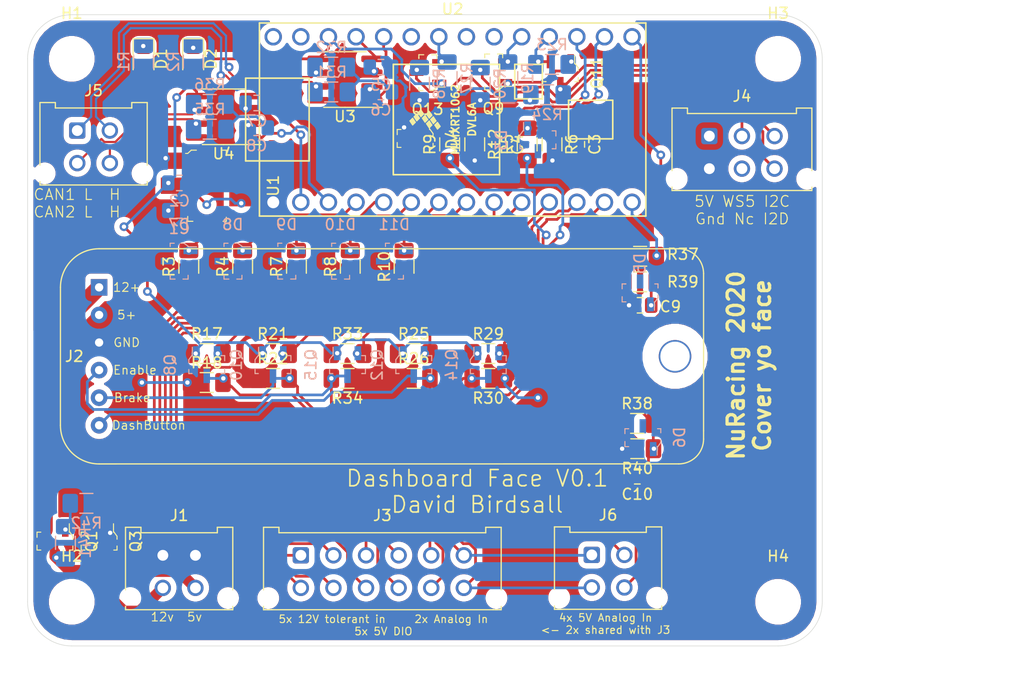
<source format=kicad_pcb>
(kicad_pcb (version 20171130) (host pcbnew "(5.1.6)-1")
  (layers (0 F.Cu signal) (31 B.Cu signal) (34 B.Paste user) (35 F.Paste user) (36 B.SilkS user) (37 F.SilkS user) (38 B.Mask user) (39 F.Mask user) (44 Edge.Cuts user))
  (net 0 "")
  (net 1 GND)
  (net 2 /+5V)
  (net 3 /+3V3)
  (net 4 /Throttle_Pos_)
  (net 5 /AIn_Spare_)
  (net 6 "Net-(C6-Pad2)")
  (net 7 "Net-(C8-Pad2)")
  (net 8 "Net-(D1-Pad1)")
  (net 9 "Net-(D2-Pad1)")
  (net 10 /Throttle_Pos)
  (net 11 /AIn_Spare)
  (net 12 "Net-(J1-Pad4)")
  (net 13 "Net-(J1-Pad3)")
  (net 14 /+12V)
  (net 15 /RTD_Gate_)
  (net 16 /Brake_Sw_)
  (net 17 /Spare_D2_)
  (net 18 /SD_Inertia_)
  (net 19 /SD_BOTS_)
  (net 20 /APPS_Bound_)
  (net 21 /SD_Dash_)
  (net 22 /APPS_Trail_)
  (net 23 /APPS_Dis_)
  (net 24 /Spare_D3_)
  (net 25 /I2C_D-5V)
  (net 26 /I2C_C-5V)
  (net 27 /LED_Data-5V)
  (net 28 /SD_Inertia)
  (net 29 /SD_BOTS)
  (net 30 /SD_Dash)
  (net 31 /APPS_Trail)
  (net 32 /APPS_Bound)
  (net 33 /APPS_Dis)
  (net 34 /I2C_D)
  (net 35 /Brake_Sw)
  (net 36 /I2C_C)
  (net 37 /Spare_D2)
  (net 38 /LED_Data)
  (net 39 /Spare_D3)
  (net 40 /RTD_Gate)
  (net 41 /CTX1)
  (net 42 /CRX1)
  (net 43 /CTX2)
  (net 44 /CRX2)
  (net 45 /C1-)
  (net 46 /C1+)
  (net 47 /C2-)
  (net 48 /C2+)
  (net 49 /BrkPrs_F)
  (net 50 /BrkPrs_R)
  (net 51 /BrkPrs_R_)
  (net 52 /BrkPrs_F_)
  (net 53 "Net-(Q1-Pad1)")
  (module DashDriver-V0:RTD-Daughter (layer F.Cu) (at 91.924 68.034)
    (fp_text reference J2 (at -2.286 0) (layer F.SilkS))
    (fp_text value RTD_Daughter hide)
    (fp_text user DashButton (at 4.572 6.35) (layer F.SilkS) (effects (font (size 0.8 0.8) (thickness 0.1))))
    (fp_text user Brake (at 3.048 3.81) (layer F.SilkS) (effects (font (size 0.8 0.8) (thickness 0.1))))
    (fp_text user Enable (at 3.302 1.27) (layer F.SilkS) (effects (font (size 0.8 0.8) (thickness 0.1))))
    (fp_text user GND (at 2.54 -1.27) (layer F.SilkS) (effects (font (size 0.8 0.8) (thickness 0.1))))
    (fp_text user 5+ (at 2.54 -3.81) (layer F.SilkS) (effects (font (size 0.8 0.8) (thickness 0.1))))
    (fp_text user 12+ (at 2.54 -6.35) (layer F.SilkS) (effects (font (size 0.8 0.8) (thickness 0.1))))
    (pad "" np_thru_hole circle (at 53 0) (size 3 3) (drill 2.7) (layers *.Cu *.Mask) (clearance 1.5))
    (pad 6 thru_hole circle (at 0 6.35) (size 1.524 1.524) (drill 0.762) (layers *.Cu *.Mask) (net 17 /Spare_D2_))
    (pad 5 thru_hole circle (at 0 3.81) (size 1.524 1.524) (drill 0.762) (layers *.Cu *.Mask) (net 16 /Brake_Sw_))
    (pad 4 thru_hole circle (at 0 1.27) (size 1.524 1.524) (drill 0.762) (layers *.Cu *.Mask) (net 15 /RTD_Gate_))
    (pad 3 thru_hole circle (at 0 -1.27) (size 1.524 1.524) (drill 0.762) (layers *.Cu *.Mask) (net 1 GND))
    (pad 2 thru_hole circle (at 0 -3.81) (size 1.524 1.524) (drill 0.762) (layers *.Cu *.Mask) (net 2 /+5V))
    (pad 1 thru_hole trapezoid (at 0 -6.35) (size 1.524 1.524) (drill 0.762) (layers *.Cu *.Mask) (net 14 /+12V))
  )
  (module Resistor_SMD:R_1206_3216Metric_Pad1.42x1.75mm_HandSolder (layer F.Cu) (at 119.991 59.779 90)
    (fp_text reference R10 (at 0 -1.82 90) (layer F.SilkS))
    (fp_text value 10k)
    (pad 2 smd roundrect (at 1.4875 0 90) (size 1.425 1.75) (layers F.Cu F.Paste F.Mask) (roundrect_rratio 0.175439) (net 32 /APPS_Bound))
    (pad 1 smd roundrect (at -1.4875 0 90) (size 1.425 1.75) (layers F.Cu F.Paste F.Mask) (roundrect_rratio 0.175439) (net 20 /APPS_Bound_))
  )
  (module Resistor_SMD:R_1206_3216Metric_Pad1.42x1.75mm_HandSolder (layer F.Cu) (at 115.038 59.779 90)
    (fp_text reference R8 (at 0 -1.82 90) (layer F.SilkS))
    (fp_text value 10k)
    (pad 2 smd roundrect (at 1.4875 0 90) (size 1.425 1.75) (layers F.Cu F.Paste F.Mask) (roundrect_rratio 0.175439) (net 31 /APPS_Trail))
    (pad 1 smd roundrect (at -1.4875 0 90) (size 1.425 1.75) (layers F.Cu F.Paste F.Mask) (roundrect_rratio 0.175439) (net 22 /APPS_Trail_))
  )
  (module Resistor_SMD:R_1206_3216Metric_Pad1.42x1.75mm_HandSolder (layer F.Cu) (at 110.085 59.779 90)
    (fp_text reference R7 (at 0 -1.82 90) (layer F.SilkS))
    (fp_text value 10k)
    (pad 2 smd roundrect (at 1.4875 0 90) (size 1.425 1.75) (layers F.Cu F.Paste F.Mask) (roundrect_rratio 0.175439) (net 30 /SD_Dash))
    (pad 1 smd roundrect (at -1.4875 0 90) (size 1.425 1.75) (layers F.Cu F.Paste F.Mask) (roundrect_rratio 0.175439) (net 21 /SD_Dash_))
  )
  (module Resistor_SMD:R_1206_3216Metric_Pad1.42x1.75mm_HandSolder (layer F.Cu) (at 105.132 59.779 90)
    (fp_text reference R4 (at 0 -1.82 90) (layer F.SilkS))
    (fp_text value 10k)
    (pad 2 smd roundrect (at 1.4875 0 90) (size 1.425 1.75) (layers F.Cu F.Paste F.Mask) (roundrect_rratio 0.175439) (net 29 /SD_BOTS))
    (pad 1 smd roundrect (at -1.4875 0 90) (size 1.425 1.75) (layers F.Cu F.Paste F.Mask) (roundrect_rratio 0.175439) (net 19 /SD_BOTS_))
  )
  (module Resistor_SMD:R_1206_3216Metric_Pad1.42x1.75mm_HandSolder (layer F.Cu) (at 100.179 59.779 90)
    (fp_text reference R3 (at 0 -1.82 90) (layer F.SilkS))
    (fp_text value 10k)
    (pad 2 smd roundrect (at 1.4875 0 90) (size 1.425 1.75) (layers F.Cu F.Paste F.Mask) (roundrect_rratio 0.175439) (net 28 /SD_Inertia))
    (pad 1 smd roundrect (at -1.4875 0 90) (size 1.425 1.75) (layers F.Cu F.Paste F.Mask) (roundrect_rratio 0.175439) (net 18 /SD_Inertia_))
  )
  (module digikey-footprints:SOT-23-3 (layer B.Cu) (at 119.102 59.271 180)
    (fp_text reference D11 (at 0.025 3.375) (layer B.SilkS) (effects (justify mirror)))
    (fp_text value D_Zener)
    (pad 1 smd rect (at -1.05 0.95 180) (size 1.3 0.6) (layers B.Cu B.Paste B.Mask) (net 32 /APPS_Bound))
    (pad 2 smd rect (at -1.05 -0.95 180) (size 1.3 0.6) (layers B.Cu B.Paste B.Mask) (net 1 GND))
    (pad 3 smd rect (at 1.05 0 180) (size 1.3 0.6) (layers B.Cu B.Paste B.Mask))
  )
  (module digikey-footprints:SOT-23-3 (layer B.Cu) (at 114.149 59.271 180)
    (fp_text reference D10 (at 0.025 3.375) (layer B.SilkS) (effects (justify mirror)))
    (fp_text value D_Zener)
    (pad 1 smd rect (at -1.05 0.95 180) (size 1.3 0.6) (layers B.Cu B.Paste B.Mask) (net 31 /APPS_Trail))
    (pad 2 smd rect (at -1.05 -0.95 180) (size 1.3 0.6) (layers B.Cu B.Paste B.Mask) (net 1 GND))
    (pad 3 smd rect (at 1.05 0 180) (size 1.3 0.6) (layers B.Cu B.Paste B.Mask))
  )
  (module digikey-footprints:SOT-23-3 (layer B.Cu) (at 109.196 59.268 180)
    (fp_text reference D9 (at 0.025 3.375) (layer B.SilkS) (effects (justify mirror)))
    (fp_text value D_Zener)
    (pad 1 smd rect (at -1.05 0.95 180) (size 1.3 0.6) (layers B.Cu B.Paste B.Mask) (net 30 /SD_Dash))
    (pad 2 smd rect (at -1.05 -0.95 180) (size 1.3 0.6) (layers B.Cu B.Paste B.Mask) (net 1 GND))
    (pad 3 smd rect (at 1.05 0 180) (size 1.3 0.6) (layers B.Cu B.Paste B.Mask))
  )
  (module digikey-footprints:SOT-23-3 (layer B.Cu) (at 104.243 59.271 180)
    (fp_text reference D8 (at 0.025 3.375) (layer B.SilkS) (effects (justify mirror)))
    (fp_text value D_Zener)
    (pad 1 smd rect (at -1.05 0.95 180) (size 1.3 0.6) (layers B.Cu B.Paste B.Mask) (net 29 /SD_BOTS))
    (pad 2 smd rect (at -1.05 -0.95 180) (size 1.3 0.6) (layers B.Cu B.Paste B.Mask) (net 1 GND))
    (pad 3 smd rect (at 1.05 0 180) (size 1.3 0.6) (layers B.Cu B.Paste B.Mask))
  )
  (module digikey-footprints:SOT-23-3 (layer B.Cu) (at 99.29 59.271 180)
    (fp_text reference D7 (at 0.025 3.375) (layer B.SilkS) (effects (justify mirror)))
    (fp_text value D_Zener)
    (pad 1 smd rect (at -1.05 0.95 180) (size 1.3 0.6) (layers B.Cu B.Paste B.Mask) (net 28 /SD_Inertia))
    (pad 2 smd rect (at -1.05 -0.95 180) (size 1.3 0.6) (layers B.Cu B.Paste B.Mask) (net 1 GND))
    (pad 3 smd rect (at 1.05 0 180) (size 1.3 0.6) (layers B.Cu B.Paste B.Mask))
  )
  (module Resistor_SMD:R_1206_3216Metric_Pad1.42x1.75mm_HandSolder (layer B.Cu) (at 90.7556 81.5722)
    (fp_text reference R42 (at 0 1.82) (layer B.SilkS) (effects (justify mirror)))
    (fp_text value 10k)
    (pad 2 smd roundrect (at 1.4875 0) (size 1.425 1.75) (layers B.Cu B.Paste B.Mask) (roundrect_rratio 0.175439) (net 1 GND))
    (pad 1 smd roundrect (at -1.4875 0) (size 1.425 1.75) (layers B.Cu B.Paste B.Mask) (roundrect_rratio 0.175439) (net 53 "Net-(Q1-Pad1)"))
  )
  (module Resistor_SMD:R_1206_3216Metric_Pad1.42x1.75mm_HandSolder (layer B.Cu) (at 88.8252 85.2044 90)
    (fp_text reference R41 (at 0 1.82 -90) (layer B.SilkS) (effects (justify mirror)))
    (fp_text value 10k)
    (pad 2 smd roundrect (at 1.4875 0 90) (size 1.425 1.75) (layers B.Cu B.Paste B.Mask) (roundrect_rratio 0.175439) (net 53 "Net-(Q1-Pad1)"))
    (pad 1 smd roundrect (at -1.4875 0 90) (size 1.425 1.75) (layers B.Cu B.Paste B.Mask) (roundrect_rratio 0.175439) (net 13 "Net-(J1-Pad3)"))
  )
  (module Resistor_SMD:R_1206_3216Metric_Pad1.42x1.75mm_HandSolder (layer F.Cu) (at 141.454 76.543 180)
    (fp_text reference R40 (at 0 -1.82) (layer F.SilkS))
    (fp_text value 20k)
    (pad 2 smd roundrect (at 1.4875 0 180) (size 1.425 1.75) (layers F.Cu F.Paste F.Mask) (roundrect_rratio 0.175439) (net 1 GND))
    (pad 1 smd roundrect (at -1.4875 0 180) (size 1.425 1.75) (layers F.Cu F.Paste F.Mask) (roundrect_rratio 0.175439) (net 50 /BrkPrs_R))
  )
  (module Resistor_SMD:R_1206_3216Metric_Pad1.42x1.75mm_HandSolder (layer F.Cu) (at 141.708 61.176 180)
    (fp_text reference R39 (at -3.937 0) (layer F.SilkS))
    (fp_text value 20k)
    (pad 2 smd roundrect (at 1.4875 0 180) (size 1.425 1.75) (layers F.Cu F.Paste F.Mask) (roundrect_rratio 0.175439) (net 1 GND))
    (pad 1 smd roundrect (at -1.4875 0 180) (size 1.425 1.75) (layers F.Cu F.Paste F.Mask) (roundrect_rratio 0.175439) (net 49 /BrkPrs_F))
  )
  (module Resistor_SMD:R_1206_3216Metric_Pad1.42x1.75mm_HandSolder (layer F.Cu) (at 141.436 74.213)
    (fp_text reference R38 (at 0 -1.82) (layer F.SilkS))
    (fp_text value 10k3)
    (pad 2 smd roundrect (at 1.4875 0) (size 1.425 1.75) (layers F.Cu F.Paste F.Mask) (roundrect_rratio 0.175439) (net 50 /BrkPrs_R))
    (pad 1 smd roundrect (at -1.4875 0) (size 1.425 1.75) (layers F.Cu F.Paste F.Mask) (roundrect_rratio 0.175439) (net 51 /BrkPrs_R_))
  )
  (module Resistor_SMD:R_1206_3216Metric_Pad1.42x1.75mm_HandSolder (layer F.Cu) (at 141.715 58.821)
    (fp_text reference R37 (at 3.93 -0.185) (layer F.SilkS))
    (fp_text value 10k3)
    (pad 2 smd roundrect (at 1.4875 0) (size 1.425 1.75) (layers F.Cu F.Paste F.Mask) (roundrect_rratio 0.175439) (net 49 /BrkPrs_F))
    (pad 1 smd roundrect (at -1.4875 0) (size 1.425 1.75) (layers F.Cu F.Paste F.Mask) (roundrect_rratio 0.175439) (net 52 /BrkPrs_F_))
  )
  (module Resistor_SMD:R_1206_3216Metric_Pad1.42x1.75mm_HandSolder (layer F.Cu) (at 124.182 48.5125 90)
    (fp_text reference R9 (at 0 -1.82 90) (layer F.SilkS))
    (fp_text value 10k3)
    (pad 2 smd roundrect (at 1.4875 0 90) (size 1.425 1.75) (layers F.Cu F.Paste F.Mask) (roundrect_rratio 0.175439) (net 11 /AIn_Spare))
    (pad 1 smd roundrect (at -1.4875 0 90) (size 1.425 1.75) (layers F.Cu F.Paste F.Mask) (roundrect_rratio 0.175439) (net 5 /AIn_Spare_))
  )
  (module Connector_Molex:Molex_Micro-Fit_3.0_43045-0412_2x02_P3.00mm_Vertical (layer F.Cu) (at 137.263 86.322)
    (fp_text reference J6 (at 1.5 -3.67) (layer F.SilkS))
    (fp_text value "Analog 0-5V")
    (pad 4 thru_hole circle (at 3 3) (size 1.5 1.5) (drill 1) (layers *.Cu *.Mask) (net 51 /BrkPrs_R_))
    (pad 3 thru_hole circle (at 0 3) (size 1.5 1.5) (drill 1) (layers *.Cu *.Mask) (net 4 /Throttle_Pos_))
    (pad 2 thru_hole circle (at 3 0) (size 1.5 1.5) (drill 1) (layers *.Cu *.Mask) (net 52 /BrkPrs_F_))
    (pad 1 thru_hole roundrect (at 0 0) (size 1.5 1.5) (drill 1) (layers *.Cu *.Mask) (roundrect_rratio 0.166667) (net 5 /AIn_Spare_))
    (pad "" np_thru_hole circle (at 6 3.94) (size 1 1) (drill 1) (layers *.Cu *.Mask))
    (pad "" np_thru_hole circle (at -3 3.94) (size 1 1) (drill 1) (layers *.Cu *.Mask))
  )
  (module digikey-footprints:SOT-23-3 (layer B.Cu) (at 141.962 75.527 90)
    (fp_text reference D6 (at 0.025 3.375 90) (layer B.SilkS) (effects (justify mirror)))
    (fp_text value D_Zener)
    (pad 1 smd rect (at -1.05 0.95 90) (size 1.3 0.6) (layers B.Cu B.Paste B.Mask) (net 50 /BrkPrs_R))
    (pad 2 smd rect (at -1.05 -0.95 90) (size 1.3 0.6) (layers B.Cu B.Paste B.Mask) (net 1 GND))
    (pad 3 smd rect (at 1.05 0 90) (size 1.3 0.6) (layers B.Cu B.Paste B.Mask))
  )
  (module digikey-footprints:SOT-23-3 (layer B.Cu) (at 141.708 62.192 90)
    (fp_text reference D5 (at 2.694 -0.016 90) (layer B.SilkS) (effects (justify mirror)))
    (fp_text value D_Zener)
    (pad 1 smd rect (at -1.05 0.95 90) (size 1.3 0.6) (layers B.Cu B.Paste B.Mask) (net 49 /BrkPrs_F))
    (pad 2 smd rect (at -1.05 -0.95 90) (size 1.3 0.6) (layers B.Cu B.Paste B.Mask) (net 1 GND))
    (pad 3 smd rect (at 1.05 0 90) (size 1.3 0.6) (layers B.Cu B.Paste B.Mask))
  )
  (module digikey-footprints:SOT-23-3 (layer F.Cu) (at 121.007 47.968 270)
    (fp_text reference D4 (at 0.025 -3.375 90) (layer F.SilkS))
    (fp_text value D_Zener)
    (pad 1 smd rect (at -1.05 -0.95 270) (size 1.3 0.6) (layers F.Cu F.Paste F.Mask) (net 11 /AIn_Spare))
    (pad 2 smd rect (at -1.05 0.95 270) (size 1.3 0.6) (layers F.Cu F.Paste F.Mask) (net 1 GND))
    (pad 3 smd rect (at 1.05 0 270) (size 1.3 0.6) (layers F.Cu F.Paste F.Mask))
  )
  (module Capacitor_SMD:C_0805_2012Metric_Pad1.15x1.40mm_HandSolder (layer F.Cu) (at 141.454 79.083 180)
    (fp_text reference C10 (at 0 -1.65) (layer F.SilkS))
    (fp_text value 10n)
    (pad 2 smd roundrect (at 1.025 0 180) (size 1.15 1.4) (layers F.Cu F.Paste F.Mask) (roundrect_rratio 0.217391) (net 1 GND))
    (pad 1 smd roundrect (at -1.025 0 180) (size 1.15 1.4) (layers F.Cu F.Paste F.Mask) (roundrect_rratio 0.217391) (net 50 /BrkPrs_R))
  )
  (module Capacitor_SMD:C_0805_2012Metric_Pad1.15x1.40mm_HandSolder (layer F.Cu) (at 141.708 63.335 180)
    (fp_text reference C9 (at -2.794 -0.127) (layer F.SilkS))
    (fp_text value 10n)
    (pad 2 smd roundrect (at 1.025 0 180) (size 1.15 1.4) (layers F.Cu F.Paste F.Mask) (roundrect_rratio 0.217391) (net 1 GND))
    (pad 1 smd roundrect (at -1.025 0 180) (size 1.15 1.4) (layers F.Cu F.Paste F.Mask) (roundrect_rratio 0.217391) (net 49 /BrkPrs_F))
  )
  (module teensy:Teensy40 (layer F.Cu) (at 124.46 46.228)
    (fp_text reference U2 (at 0 -10.16) (layer F.SilkS))
    (fp_text value Teensy4.0)
    (fp_text user DVL6A (at 1.778 0 90) (layer F.SilkS) (effects (font (size 0.7 0.7))))
    (fp_text user MIMXRT1062 (at 0.254 0 90) (layer F.SilkS) (effects (font (size 0.7 0.7))))
    (pad 1 thru_hole rect (at -16.51 7.62) (size 1.6 1.6) (drill 1.1) (layers *.Cu *.Mask) (net 1 GND))
    (pad 2 thru_hole circle (at -13.97 7.62) (size 1.6 1.6) (drill 1.1) (layers *.Cu *.Mask) (net 44 /CRX2))
    (pad 3 thru_hole circle (at -11.43 7.62) (size 1.6 1.6) (drill 1.1) (layers *.Cu *.Mask) (net 43 /CTX2))
    (pad 4 thru_hole circle (at -8.89 7.62) (size 1.6 1.6) (drill 1.1) (layers *.Cu *.Mask) (net 28 /SD_Inertia))
    (pad 5 thru_hole circle (at -6.35 7.62) (size 1.6 1.6) (drill 1.1) (layers *.Cu *.Mask) (net 29 /SD_BOTS))
    (pad 6 thru_hole circle (at -3.81 7.62) (size 1.6 1.6) (drill 1.1) (layers *.Cu *.Mask) (net 30 /SD_Dash))
    (pad 7 thru_hole circle (at -1.27 7.62) (size 1.6 1.6) (drill 1.1) (layers *.Cu *.Mask) (net 31 /APPS_Trail))
    (pad 8 thru_hole circle (at 1.27 7.62) (size 1.6 1.6) (drill 1.1) (layers *.Cu *.Mask) (net 32 /APPS_Bound))
    (pad 9 thru_hole circle (at 3.81 7.62) (size 1.6 1.6) (drill 1.1) (layers *.Cu *.Mask) (net 33 /APPS_Dis))
    (pad 10 thru_hole circle (at 6.35 7.62) (size 1.6 1.6) (drill 1.1) (layers *.Cu *.Mask) (net 35 /Brake_Sw))
    (pad 11 thru_hole circle (at 8.89 7.62) (size 1.6 1.6) (drill 1.1) (layers *.Cu *.Mask) (net 40 /RTD_Gate))
    (pad 12 thru_hole circle (at 11.43 7.62) (size 1.6 1.6) (drill 1.1) (layers *.Cu *.Mask) (net 37 /Spare_D2))
    (pad 13 thru_hole circle (at 13.97 7.62) (size 1.6 1.6) (drill 1.1) (layers *.Cu *.Mask) (net 39 /Spare_D3))
    (pad 33 thru_hole circle (at -16.51 -7.62) (size 1.6 1.6) (drill 1.1) (layers *.Cu *.Mask))
    (pad 32 thru_hole circle (at -13.97 -7.62) (size 1.6 1.6) (drill 1.1) (layers *.Cu *.Mask))
    (pad 31 thru_hole circle (at -11.43 -7.62) (size 1.6 1.6) (drill 1.1) (layers *.Cu *.Mask) (net 3 /+3V3))
    (pad 30 thru_hole circle (at -8.89 -7.62) (size 1.6 1.6) (drill 1.1) (layers *.Cu *.Mask) (net 42 /CRX1))
    (pad 29 thru_hole circle (at -6.35 -7.62) (size 1.6 1.6) (drill 1.1) (layers *.Cu *.Mask) (net 41 /CTX1))
    (pad 28 thru_hole circle (at -3.81 -7.62) (size 1.6 1.6) (drill 1.1) (layers *.Cu *.Mask))
    (pad 27 thru_hole circle (at -1.27 -7.62) (size 1.6 1.6) (drill 1.1) (layers *.Cu *.Mask) (net 38 /LED_Data))
    (pad 26 thru_hole circle (at 1.27 -7.62) (size 1.6 1.6) (drill 1.1) (layers *.Cu *.Mask))
    (pad 25 thru_hole circle (at 3.81 -7.62) (size 1.6 1.6) (drill 1.1) (layers *.Cu *.Mask))
    (pad 24 thru_hole circle (at 6.35 -7.62) (size 1.6 1.6) (drill 1.1) (layers *.Cu *.Mask) (net 34 /I2C_D))
    (pad 23 thru_hole circle (at 8.89 -7.62) (size 1.6 1.6) (drill 1.1) (layers *.Cu *.Mask) (net 36 /I2C_C))
    (pad 22 thru_hole circle (at 11.43 -7.62) (size 1.6 1.6) (drill 1.1) (layers *.Cu *.Mask) (net 11 /AIn_Spare))
    (pad 21 thru_hole circle (at 13.97 -7.62) (size 1.6 1.6) (drill 1.1) (layers *.Cu *.Mask) (net 10 /Throttle_Pos))
    (pad 14 thru_hole circle (at 16.51 7.62) (size 1.6 1.6) (drill 1.1) (layers *.Cu *.Mask) (net 49 /BrkPrs_F))
    (pad 20 thru_hole circle (at 16.51 -7.62) (size 1.6 1.6) (drill 1.1) (layers *.Cu *.Mask) (net 50 /BrkPrs_R))
  )
  (module MountingHole:MountingHole_3.2mm_M3 (layer F.Cu) (at 154.408 90.64)
    (fp_text reference H4 (at 0 -4.2) (layer F.SilkS))
    (fp_text value MountingHole)
    (pad 1 np_thru_hole circle (at 0 0) (size 3.2 3.2) (drill 3.2) (layers *.Cu *.Mask))
  )
  (module MountingHole:MountingHole_3.2mm_M3 (layer F.Cu) (at 154.408 40.64)
    (fp_text reference H3 (at 0 -4.2) (layer F.SilkS))
    (fp_text value MountingHole)
    (pad 1 np_thru_hole circle (at 0 0) (size 3.2 3.2) (drill 3.2) (layers *.Cu *.Mask))
  )
  (module MountingHole:MountingHole_3.2mm_M3 (layer F.Cu) (at 89.408 90.64)
    (fp_text reference H2 (at 0 -4.2) (layer F.SilkS))
    (fp_text value MountingHole)
    (pad 1 np_thru_hole circle (at 0 0) (size 3.2 3.2) (drill 3.2) (layers *.Cu *.Mask))
  )
  (module MountingHole:MountingHole_3.2mm_M3 (layer F.Cu) (at 89.408 40.64)
    (fp_text reference H1 (at 0 -4.2) (layer F.SilkS))
    (fp_text value MountingHole)
    (pad 1 np_thru_hole circle (at 0 0) (size 3.2 3.2) (drill 3.2) (layers *.Cu *.Mask))
  )
  (module Capacitor_SMD:C_0805_2012Metric_Pad1.15x1.40mm_HandSolder (layer B.Cu) (at 99.314 54.61)
    (fp_text reference C1 (at 0 1.65) (layer B.SilkS) (effects (justify mirror)))
    (fp_text value C)
    (pad 2 smd roundrect (at 1.025 0) (size 1.15 1.4) (layers B.Cu B.Paste B.Mask) (roundrect_rratio 0.217391) (net 1 GND))
    (pad 1 smd roundrect (at -1.025 0) (size 1.15 1.4) (layers B.Cu B.Paste B.Mask) (roundrect_rratio 0.217391) (net 2 /+5V))
  )
  (module Capacitor_SMD:C_0805_2012Metric_Pad1.15x1.40mm_HandSolder (layer B.Cu) (at 99.305 52.07)
    (fp_text reference C2 (at 0 1.65) (layer B.SilkS) (effects (justify mirror)))
    (fp_text value C)
    (pad 2 smd roundrect (at 1.025 0) (size 1.15 1.4) (layers B.Cu B.Paste B.Mask) (roundrect_rratio 0.217391) (net 1 GND))
    (pad 1 smd roundrect (at -1.025 0) (size 1.15 1.4) (layers B.Cu B.Paste B.Mask) (roundrect_rratio 0.217391) (net 3 /+3V3))
  )
  (module Capacitor_SMD:C_0805_2012Metric_Pad1.15x1.40mm_HandSolder (layer F.Cu) (at 135.89 48.514 270)
    (fp_text reference C3 (at 0 -1.65 90) (layer F.SilkS))
    (fp_text value 10n)
    (pad 1 smd roundrect (at -1.025 0 270) (size 1.15 1.4) (layers F.Cu F.Paste F.Mask) (roundrect_rratio 0.217391) (net 10 /Throttle_Pos))
    (pad 2 smd roundrect (at 1.025 0 270) (size 1.15 1.4) (layers F.Cu F.Paste F.Mask) (roundrect_rratio 0.217391) (net 1 GND))
  )
  (module Capacitor_SMD:C_0805_2012Metric_Pad1.15x1.40mm_HandSolder (layer F.Cu) (at 128.778 48.514 270)
    (fp_text reference C4 (at 0 -1.65 90) (layer F.SilkS))
    (fp_text value 10n)
    (pad 1 smd roundrect (at -1.025 0 270) (size 1.15 1.4) (layers F.Cu F.Paste F.Mask) (roundrect_rratio 0.217391) (net 11 /AIn_Spare))
    (pad 2 smd roundrect (at 1.025 0 270) (size 1.15 1.4) (layers F.Cu F.Paste F.Mask) (roundrect_rratio 0.217391) (net 1 GND))
  )
  (module Capacitor_SMD:C_0805_2012Metric_Pad1.15x1.40mm_HandSolder (layer B.Cu) (at 117.856 41.402)
    (fp_text reference C5 (at 0 1.65 180) (layer B.SilkS) (effects (justify mirror)))
    (fp_text value 100n)
    (pad 2 smd roundrect (at 1.025 0) (size 1.15 1.4) (layers B.Cu B.Paste B.Mask) (roundrect_rratio 0.217391) (net 1 GND))
    (pad 1 smd roundrect (at -1.025 0) (size 1.15 1.4) (layers B.Cu B.Paste B.Mask) (roundrect_rratio 0.217391) (net 2 /+5V))
  )
  (module Capacitor_SMD:C_0805_2012Metric_Pad1.15x1.40mm_HandSolder (layer B.Cu) (at 117.856 43.688)
    (fp_text reference C6 (at 0 1.65) (layer B.SilkS) (effects (justify mirror)))
    (fp_text value 50n)
    (pad 2 smd roundrect (at 1.025 0) (size 1.15 1.4) (layers B.Cu B.Paste B.Mask) (roundrect_rratio 0.217391) (net 6 "Net-(C6-Pad2)"))
    (pad 1 smd roundrect (at -1.025 0) (size 1.15 1.4) (layers B.Cu B.Paste B.Mask) (roundrect_rratio 0.217391) (net 1 GND))
  )
  (module Capacitor_SMD:C_0805_2012Metric_Pad1.15x1.40mm_HandSolder (layer B.Cu) (at 106.426 44.704)
    (fp_text reference C7 (at 0 1.65) (layer B.SilkS) (effects (justify mirror)))
    (fp_text value 100n)
    (pad 1 smd roundrect (at -1.025 0) (size 1.15 1.4) (layers B.Cu B.Paste B.Mask) (roundrect_rratio 0.217391) (net 2 /+5V))
    (pad 2 smd roundrect (at 1.025 0) (size 1.15 1.4) (layers B.Cu B.Paste B.Mask) (roundrect_rratio 0.217391) (net 1 GND))
  )
  (module Capacitor_SMD:C_0805_2012Metric_Pad1.15x1.40mm_HandSolder (layer B.Cu) (at 106.426 46.99)
    (fp_text reference C8 (at 0 1.65) (layer B.SilkS) (effects (justify mirror)))
    (fp_text value 50n)
    (pad 1 smd roundrect (at -1.025 0) (size 1.15 1.4) (layers B.Cu B.Paste B.Mask) (roundrect_rratio 0.217391) (net 1 GND))
    (pad 2 smd roundrect (at 1.025 0) (size 1.15 1.4) (layers B.Cu B.Paste B.Mask) (roundrect_rratio 0.217391) (net 7 "Net-(C8-Pad2)"))
  )
  (module Diode_SMD:D_0805_2012Metric_Pad1.15x1.40mm_HandSolder (layer F.Cu) (at 96.012 40.64 270)
    (fp_text reference D1 (at 0 -1.65 90) (layer F.SilkS))
    (fp_text value LED)
    (pad 2 smd roundrect (at 1.025 0 270) (size 1.15 1.4) (layers F.Cu F.Paste F.Mask) (roundrect_rratio 0.217391) (net 2 /+5V))
    (pad 1 smd roundrect (at -1.025 0 270) (size 1.15 1.4) (layers F.Cu F.Paste F.Mask) (roundrect_rratio 0.217391) (net 8 "Net-(D1-Pad1)"))
  )
  (module Diode_SMD:D_0805_2012Metric_Pad1.15x1.40mm_HandSolder (layer F.Cu) (at 100.584 40.64 270)
    (fp_text reference D2 (at 0 -1.65 90) (layer F.SilkS))
    (fp_text value LED)
    (pad 1 smd roundrect (at -1.025 0 270) (size 1.15 1.4) (layers F.Cu F.Paste F.Mask) (roundrect_rratio 0.217391) (net 9 "Net-(D2-Pad1)"))
    (pad 2 smd roundrect (at 1.025 0 270) (size 1.15 1.4) (layers F.Cu F.Paste F.Mask) (roundrect_rratio 0.217391) (net 3 /+3V3))
  )
  (module digikey-footprints:SOT-23-3 (layer B.Cu) (at 132.31 48.095 270)
    (fp_text reference D3 (at 0.025 3.375 90) (layer B.SilkS) (effects (justify mirror)))
    (fp_text value D_Zener)
    (pad 3 smd rect (at 1.05 0 270) (size 1.3 0.6) (layers B.Cu B.Paste B.Mask))
    (pad 2 smd rect (at -1.05 -0.95 270) (size 1.3 0.6) (layers B.Cu B.Paste B.Mask) (net 1 GND))
    (pad 1 smd rect (at -1.05 0.95 270) (size 1.3 0.6) (layers B.Cu B.Paste B.Mask) (net 10 /Throttle_Pos))
  )
  (module Connector_Molex:Molex_Micro-Fit_3.0_43045-0412_2x02_P3.00mm_Vertical (layer F.Cu) (at 97.79 86.36)
    (fp_text reference J1 (at 1.5 -3.67) (layer F.SilkS))
    (fp_text value Power)
    (pad 4 thru_hole circle (at 3 3) (size 1.5 1.5) (drill 1) (layers *.Cu *.Mask) (net 12 "Net-(J1-Pad4)"))
    (pad 3 thru_hole circle (at 0 3) (size 1.5 1.5) (drill 1) (layers *.Cu *.Mask) (net 13 "Net-(J1-Pad3)"))
    (pad 2 thru_hole circle (at 3 0) (size 1.5 1.5) (drill 1) (layers *.Cu *.Mask) (net 1 GND))
    (pad 1 thru_hole roundrect (at 0 0) (size 1.5 1.5) (drill 1) (layers *.Cu *.Mask) (roundrect_rratio 0.166667) (net 1 GND))
    (pad "" np_thru_hole circle (at 6 3.94) (size 1 1) (drill 1) (layers *.Cu *.Mask))
    (pad "" np_thru_hole circle (at -3 3.94) (size 1 1) (drill 1) (layers *.Cu *.Mask))
  )
  (module Connector_Molex:Molex_Micro-Fit_3.0_43045-1212_2x06_P3.00mm_Vertical (layer F.Cu) (at 110.49 86.36)
    (fp_text reference J3 (at 7.5 -3.67) (layer F.SilkS))
    (fp_text value MainIO)
    (pad "" np_thru_hole circle (at -3 3.94) (size 1 1) (drill 1) (layers *.Cu *.Mask))
    (pad "" np_thru_hole circle (at 18 3.94) (size 1 1) (drill 1) (layers *.Cu *.Mask))
    (pad 1 thru_hole roundrect (at 0 0) (size 1.5 1.5) (drill 1) (layers *.Cu *.Mask) (roundrect_rratio 0.166667) (net 21 /SD_Dash_))
    (pad 2 thru_hole circle (at 3 0) (size 1.5 1.5) (drill 1) (layers *.Cu *.Mask) (net 22 /APPS_Trail_))
    (pad 3 thru_hole circle (at 6 0) (size 1.5 1.5) (drill 1) (layers *.Cu *.Mask) (net 23 /APPS_Dis_))
    (pad 4 thru_hole circle (at 9 0) (size 1.5 1.5) (drill 1) (layers *.Cu *.Mask) (net 15 /RTD_Gate_))
    (pad 5 thru_hole circle (at 12 0) (size 1.5 1.5) (drill 1) (layers *.Cu *.Mask) (net 17 /Spare_D2_))
    (pad 6 thru_hole circle (at 15 0) (size 1.5 1.5) (drill 1) (layers *.Cu *.Mask) (net 5 /AIn_Spare_))
    (pad 7 thru_hole circle (at 0 3) (size 1.5 1.5) (drill 1) (layers *.Cu *.Mask) (net 18 /SD_Inertia_))
    (pad 8 thru_hole circle (at 3 3) (size 1.5 1.5) (drill 1) (layers *.Cu *.Mask) (net 19 /SD_BOTS_))
    (pad 9 thru_hole circle (at 6 3) (size 1.5 1.5) (drill 1) (layers *.Cu *.Mask) (net 20 /APPS_Bound_))
    (pad 10 thru_hole circle (at 9 3) (size 1.5 1.5) (drill 1) (layers *.Cu *.Mask) (net 16 /Brake_Sw_))
    (pad 11 thru_hole circle (at 12 3) (size 1.5 1.5) (drill 1) (layers *.Cu *.Mask) (net 24 /Spare_D3_))
    (pad 12 thru_hole circle (at 15 3) (size 1.5 1.5) (drill 1) (layers *.Cu *.Mask) (net 4 /Throttle_Pos_))
  )
  (module Connector_Molex:Molex_Micro-Fit_3.0_43045-0612_2x03_P3.00mm_Vertical (layer F.Cu) (at 148.082 47.752)
    (fp_text reference J4 (at 3 -3.67) (layer F.SilkS))
    (fp_text value "Dash Conn")
    (pad "" np_thru_hole circle (at -3 3.94) (size 1 1) (drill 1) (layers *.Cu *.Mask))
    (pad "" np_thru_hole circle (at 9 3.94) (size 1 1) (drill 1) (layers *.Cu *.Mask))
    (pad 1 thru_hole roundrect (at 0 0) (size 1.5 1.5) (drill 1) (layers *.Cu *.Mask) (roundrect_rratio 0.166667) (net 2 /+5V))
    (pad 2 thru_hole circle (at 3 0) (size 1.5 1.5) (drill 1) (layers *.Cu *.Mask) (net 27 /LED_Data-5V))
    (pad 3 thru_hole circle (at 6 0) (size 1.5 1.5) (drill 1) (layers *.Cu *.Mask) (net 26 /I2C_C-5V))
    (pad 4 thru_hole circle (at 0 3) (size 1.5 1.5) (drill 1) (layers *.Cu *.Mask) (net 1 GND))
    (pad 5 thru_hole circle (at 3 3) (size 1.5 1.5) (drill 1) (layers *.Cu *.Mask))
    (pad 6 thru_hole circle (at 6 3) (size 1.5 1.5) (drill 1) (layers *.Cu *.Mask) (net 25 /I2C_D-5V))
  )
  (module Connector_Molex:Molex_Micro-Fit_3.0_43045-0412_2x02_P3.00mm_Vertical (layer F.Cu) (at 89.916 47.244)
    (fp_text reference J5 (at 1.5 -3.67) (layer F.SilkS))
    (fp_text value CAN)
    (pad "" np_thru_hole circle (at -3 3.94) (size 1 1) (drill 1) (layers *.Cu *.Mask))
    (pad "" np_thru_hole circle (at 6 3.94) (size 1 1) (drill 1) (layers *.Cu *.Mask))
    (pad 1 thru_hole roundrect (at 0 0) (size 1.5 1.5) (drill 1) (layers *.Cu *.Mask) (roundrect_rratio 0.166667) (net 45 /C1-))
    (pad 2 thru_hole circle (at 3 0) (size 1.5 1.5) (drill 1) (layers *.Cu *.Mask) (net 46 /C1+))
    (pad 3 thru_hole circle (at 0 3) (size 1.5 1.5) (drill 1) (layers *.Cu *.Mask) (net 47 /C2-))
    (pad 4 thru_hole circle (at 3 3) (size 1.5 1.5) (drill 1) (layers *.Cu *.Mask) (net 48 /C2+))
  )
  (module digikey-footprints:SOT-23-3 (layer F.Cu) (at 87.86 85.052 270)
    (fp_text reference Q1 (at 0.025 -3.375 90) (layer F.SilkS))
    (fp_text value AO3401A)
    (pad 3 smd rect (at 1.05 0 270) (size 1.3 0.6) (layers F.Cu F.Paste F.Mask) (net 13 "Net-(J1-Pad3)"))
    (pad 2 smd rect (at -1.05 0.95 270) (size 1.3 0.6) (layers F.Cu F.Paste F.Mask) (net 14 /+12V))
    (pad 1 smd rect (at -1.05 -0.95 270) (size 1.3 0.6) (layers F.Cu F.Paste F.Mask) (net 53 "Net-(Q1-Pad1)"))
  )
  (module digikey-footprints:SOT-23-3 (layer F.Cu) (at 91.924 85.052 270)
    (fp_text reference Q3 (at 0.025 -3.375 90) (layer F.SilkS))
    (fp_text value AO3401A)
    (pad 1 smd rect (at -1.05 -0.95 270) (size 1.3 0.6) (layers F.Cu F.Paste F.Mask) (net 1 GND))
    (pad 2 smd rect (at -1.05 0.95 270) (size 1.3 0.6) (layers F.Cu F.Paste F.Mask) (net 2 /+5V))
    (pad 3 smd rect (at 1.05 0 270) (size 1.3 0.6) (layers F.Cu F.Paste F.Mask) (net 12 "Net-(J1-Pad4)"))
  )
  (module digikey-footprints:SOT-23-3 (layer B.Cu) (at 101.83 68.796 270)
    (fp_text reference Q8 (at 0.025 3.375 270) (layer B.SilkS) (effects (justify mirror)))
    (fp_text value 2N7002)
    (pad 1 smd rect (at -1.05 0.95 270) (size 1.3 0.6) (layers B.Cu B.Paste B.Mask) (net 3 /+3V3))
    (pad 2 smd rect (at -1.05 -0.95 270) (size 1.3 0.6) (layers B.Cu B.Paste B.Mask) (net 33 /APPS_Dis))
    (pad 3 smd rect (at 1.05 0 270) (size 1.3 0.6) (layers B.Cu B.Paste B.Mask) (net 23 /APPS_Dis_))
  )
  (module digikey-footprints:SOT-23-3 (layer F.Cu) (at 128.236 41.844 180)
    (fp_text reference Q9 (at 0.025 -3.375) (layer F.SilkS))
    (fp_text value 2N7002)
    (pad 1 smd rect (at -1.05 -0.95 180) (size 1.3 0.6) (layers F.Cu F.Paste F.Mask) (net 3 /+3V3))
    (pad 2 smd rect (at -1.05 0.95 180) (size 1.3 0.6) (layers F.Cu F.Paste F.Mask) (net 34 /I2C_D))
    (pad 3 smd rect (at 1.05 0 180) (size 1.3 0.6) (layers F.Cu F.Paste F.Mask) (net 25 /I2C_D-5V))
  )
  (module digikey-footprints:SOT-23-3 (layer B.Cu) (at 107.926 68.796 270)
    (fp_text reference Q10 (at 0.025 3.375 270) (layer B.SilkS) (effects (justify mirror)))
    (fp_text value 2N7002)
    (pad 3 smd rect (at 1.05 0 270) (size 1.3 0.6) (layers B.Cu B.Paste B.Mask) (net 16 /Brake_Sw_))
    (pad 2 smd rect (at -1.05 -0.95 270) (size 1.3 0.6) (layers B.Cu B.Paste B.Mask) (net 35 /Brake_Sw))
    (pad 1 smd rect (at -1.05 0.95 270) (size 1.3 0.6) (layers B.Cu B.Paste B.Mask) (net 3 /+3V3))
  )
  (module digikey-footprints:SOT-23-3 (layer F.Cu) (at 134.366 41.91 270)
    (fp_text reference Q11 (at 0.025 -3.375 90) (layer F.SilkS))
    (fp_text value 2N7002)
    (pad 3 smd rect (at 1.05 0 270) (size 1.3 0.6) (layers F.Cu F.Paste F.Mask) (net 26 /I2C_C-5V))
    (pad 2 smd rect (at -1.05 0.95 270) (size 1.3 0.6) (layers F.Cu F.Paste F.Mask) (net 36 /I2C_C))
    (pad 1 smd rect (at -1.05 -0.95 270) (size 1.3 0.6) (layers F.Cu F.Paste F.Mask) (net 3 /+3V3))
  )
  (module digikey-footprints:SOT-23-3 (layer B.Cu) (at 120.88 68.796 270)
    (fp_text reference Q12 (at 0.025 3.375 270) (layer B.SilkS) (effects (justify mirror)))
    (fp_text value 2N7002)
    (pad 1 smd rect (at -1.05 0.95 270) (size 1.3 0.6) (layers B.Cu B.Paste B.Mask) (net 3 /+3V3))
    (pad 2 smd rect (at -1.05 -0.95 270) (size 1.3 0.6) (layers B.Cu B.Paste B.Mask) (net 37 /Spare_D2))
    (pad 3 smd rect (at 1.05 0 270) (size 1.3 0.6) (layers B.Cu B.Paste B.Mask) (net 17 /Spare_D2_))
  )
  (module digikey-footprints:SOT-23-3 (layer F.Cu) (at 122.174 41.91 180)
    (fp_text reference Q13 (at 0.025 -3.375) (layer F.SilkS))
    (fp_text value 2N7002)
    (pad 3 smd rect (at 1.05 0 180) (size 1.3 0.6) (layers F.Cu F.Paste F.Mask) (net 27 /LED_Data-5V))
    (pad 2 smd rect (at -1.05 0.95 180) (size 1.3 0.6) (layers F.Cu F.Paste F.Mask) (net 38 /LED_Data))
    (pad 1 smd rect (at -1.05 -0.95 180) (size 1.3 0.6) (layers F.Cu F.Paste F.Mask) (net 3 /+3V3))
  )
  (module digikey-footprints:SOT-23-3 (layer B.Cu) (at 127.738 68.796 270)
    (fp_text reference Q14 (at 0.025 3.375 270) (layer B.SilkS) (effects (justify mirror)))
    (fp_text value 2N7002)
    (pad 3 smd rect (at 1.05 0 270) (size 1.3 0.6) (layers B.Cu B.Paste B.Mask) (net 24 /Spare_D3_))
    (pad 2 smd rect (at -1.05 -0.95 270) (size 1.3 0.6) (layers B.Cu B.Paste B.Mask) (net 39 /Spare_D3))
    (pad 1 smd rect (at -1.05 0.95 270) (size 1.3 0.6) (layers B.Cu B.Paste B.Mask) (net 3 /+3V3))
  )
  (module digikey-footprints:SOT-23-3 (layer B.Cu) (at 114.784 68.796 270)
    (fp_text reference Q15 (at 0.025 3.375 270) (layer B.SilkS) (effects (justify mirror)))
    (fp_text value 2N7002)
    (pad 1 smd rect (at -1.05 0.95 270) (size 1.3 0.6) (layers B.Cu B.Paste B.Mask) (net 3 /+3V3))
    (pad 2 smd rect (at -1.05 -0.95 270) (size 1.3 0.6) (layers B.Cu B.Paste B.Mask) (net 40 /RTD_Gate))
    (pad 3 smd rect (at 1.05 0 270) (size 1.3 0.6) (layers B.Cu B.Paste B.Mask) (net 15 /RTD_Gate_))
  )
  (module Resistor_SMD:R_1206_3216Metric_Pad1.42x1.75mm_HandSolder (layer B.Cu) (at 96.012 40.894 270)
    (fp_text reference R1 (at 0 1.82 270) (layer B.SilkS) (effects (justify mirror)))
    (fp_text value 1k)
    (pad 2 smd roundrect (at 1.4875 0 270) (size 1.425 1.75) (layers B.Cu B.Paste B.Mask) (roundrect_rratio 0.175439) (net 1 GND))
    (pad 1 smd roundrect (at -1.4875 0 270) (size 1.425 1.75) (layers B.Cu B.Paste B.Mask) (roundrect_rratio 0.175439) (net 8 "Net-(D1-Pad1)"))
  )
  (module Resistor_SMD:R_1206_3216Metric_Pad1.42x1.75mm_HandSolder (layer B.Cu) (at 100.584 40.894 270)
    (fp_text reference R2 (at 0 1.82 90) (layer B.SilkS) (effects (justify mirror)))
    (fp_text value 250)
    (pad 1 smd roundrect (at -1.4875 0 270) (size 1.425 1.75) (layers B.Cu B.Paste B.Mask) (roundrect_rratio 0.175439) (net 9 "Net-(D2-Pad1)"))
    (pad 2 smd roundrect (at 1.4875 0 270) (size 1.425 1.75) (layers B.Cu B.Paste B.Mask) (roundrect_rratio 0.175439) (net 1 GND))
  )
  (module Resistor_SMD:R_1206_3216Metric_Pad1.42x1.75mm_HandSolder (layer F.Cu) (at 131.318 48.514 90)
    (fp_text reference R5 (at 0 -1.82 90) (layer F.SilkS))
    (fp_text value 10k3)
    (pad 2 smd roundrect (at 1.4875 0 90) (size 1.425 1.75) (layers F.Cu F.Paste F.Mask) (roundrect_rratio 0.175439) (net 10 /Throttle_Pos))
    (pad 1 smd roundrect (at -1.4875 0 90) (size 1.425 1.75) (layers F.Cu F.Paste F.Mask) (roundrect_rratio 0.175439) (net 4 /Throttle_Pos_))
  )
  (module Resistor_SMD:R_1206_3216Metric_Pad1.42x1.75mm_HandSolder (layer F.Cu) (at 133.604 48.514 270)
    (fp_text reference R6 (at 0 -1.82 90) (layer F.SilkS))
    (fp_text value 20k)
    (pad 1 smd roundrect (at -1.4875 0 270) (size 1.425 1.75) (layers F.Cu F.Paste F.Mask) (roundrect_rratio 0.175439) (net 10 /Throttle_Pos))
    (pad 2 smd roundrect (at 1.4875 0 270) (size 1.425 1.75) (layers F.Cu F.Paste F.Mask) (roundrect_rratio 0.175439) (net 1 GND))
  )
  (module Resistor_SMD:R_1206_3216Metric_Pad1.42x1.75mm_HandSolder (layer F.Cu) (at 126.492 48.514 270)
    (fp_text reference R12 (at 0 -1.82 90) (layer F.SilkS))
    (fp_text value 20k)
    (pad 2 smd roundrect (at 1.4875 0 270) (size 1.425 1.75) (layers F.Cu F.Paste F.Mask) (roundrect_rratio 0.175439) (net 1 GND))
    (pad 1 smd roundrect (at -1.4875 0 270) (size 1.425 1.75) (layers F.Cu F.Paste F.Mask) (roundrect_rratio 0.175439) (net 11 /AIn_Spare))
  )
  (module Resistor_SMD:R_1206_3216Metric_Pad1.42x1.75mm_HandSolder (layer F.Cu) (at 101.83 67.78)
    (fp_text reference R17 (at 0 -1.82) (layer F.SilkS))
    (fp_text value 10k)
    (pad 1 smd roundrect (at -1.4875 0) (size 1.425 1.75) (layers F.Cu F.Paste F.Mask) (roundrect_rratio 0.175439) (net 3 /+3V3))
    (pad 2 smd roundrect (at 1.4875 0) (size 1.425 1.75) (layers F.Cu F.Paste F.Mask) (roundrect_rratio 0.175439) (net 33 /APPS_Dis))
  )
  (module Resistor_SMD:R_1206_3216Metric_Pad1.42x1.75mm_HandSolder (layer F.Cu) (at 101.83 70.447)
    (fp_text reference R18 (at 0 -1.82) (layer F.SilkS))
    (fp_text value 10k)
    (pad 2 smd roundrect (at 1.4875 0) (size 1.425 1.75) (layers F.Cu F.Paste F.Mask) (roundrect_rratio 0.175439) (net 23 /APPS_Dis_))
    (pad 1 smd roundrect (at -1.4875 0) (size 1.425 1.75) (layers F.Cu F.Paste F.Mask) (roundrect_rratio 0.175439) (net 2 /+5V))
  )
  (module Resistor_SMD:R_1206_3216Metric_Pad1.42x1.75mm_HandSolder (layer B.Cu) (at 129.54 42.418 90)
    (fp_text reference R19 (at 0 1.82 90) (layer B.SilkS) (effects (justify mirror)))
    (fp_text value 10k)
    (pad 2 smd roundrect (at 1.4875 0 90) (size 1.425 1.75) (layers B.Cu B.Paste B.Mask) (roundrect_rratio 0.175439) (net 34 /I2C_D))
    (pad 1 smd roundrect (at -1.4875 0 90) (size 1.425 1.75) (layers B.Cu B.Paste B.Mask) (roundrect_rratio 0.175439) (net 3 /+3V3))
  )
  (module Resistor_SMD:R_1206_3216Metric_Pad1.42x1.75mm_HandSolder (layer B.Cu) (at 127 42.926 90)
    (fp_text reference R20 (at 0 1.82 90) (layer B.SilkS) (effects (justify mirror)))
    (fp_text value 1k)
    (pad 1 smd roundrect (at -1.4875 0 90) (size 1.425 1.75) (layers B.Cu B.Paste B.Mask) (roundrect_rratio 0.175439) (net 2 /+5V))
    (pad 2 smd roundrect (at 1.4875 0 90) (size 1.425 1.75) (layers B.Cu B.Paste B.Mask) (roundrect_rratio 0.175439) (net 25 /I2C_D-5V))
  )
  (module Resistor_SMD:R_1206_3216Metric_Pad1.42x1.75mm_HandSolder (layer F.Cu) (at 107.926 67.78)
    (fp_text reference R21 (at 0 -1.82) (layer F.SilkS))
    (fp_text value 10k)
    (pad 2 smd roundrect (at 1.4875 0) (size 1.425 1.75) (layers F.Cu F.Paste F.Mask) (roundrect_rratio 0.175439) (net 35 /Brake_Sw))
    (pad 1 smd roundrect (at -1.4875 0) (size 1.425 1.75) (layers F.Cu F.Paste F.Mask) (roundrect_rratio 0.175439) (net 3 /+3V3))
  )
  (module Resistor_SMD:R_1206_3216Metric_Pad1.42x1.75mm_HandSolder (layer F.Cu) (at 107.926 70.066)
    (fp_text reference R22 (at 0 -1.82) (layer F.SilkS))
    (fp_text value 10k)
    (pad 1 smd roundrect (at -1.4875 0) (size 1.425 1.75) (layers F.Cu F.Paste F.Mask) (roundrect_rratio 0.175439) (net 2 /+5V))
    (pad 2 smd roundrect (at 1.4875 0) (size 1.425 1.75) (layers F.Cu F.Paste F.Mask) (roundrect_rratio 0.175439) (net 16 /Brake_Sw_))
  )
  (module Resistor_SMD:R_1206_3216Metric_Pad1.42x1.75mm_HandSolder (layer B.Cu) (at 133.604 41.148 180)
    (fp_text reference R23 (at 0 1.82) (layer B.SilkS) (effects (justify mirror)))
    (fp_text value 10k)
    (pad 1 smd roundrect (at -1.4875 0 180) (size 1.425 1.75) (layers B.Cu B.Paste B.Mask) (roundrect_rratio 0.175439) (net 3 /+3V3))
    (pad 2 smd roundrect (at 1.4875 0 180) (size 1.425 1.75) (layers B.Cu B.Paste B.Mask) (roundrect_rratio 0.175439) (net 36 /I2C_C))
  )
  (module Resistor_SMD:R_1206_3216Metric_Pad1.42x1.75mm_HandSolder (layer B.Cu) (at 133.1482 43.942)
    (fp_text reference R24 (at 0 1.82) (layer B.SilkS) (effects (justify mirror)))
    (fp_text value 1k)
    (pad 2 smd roundrect (at 1.4875 0) (size 1.425 1.75) (layers B.Cu B.Paste B.Mask) (roundrect_rratio 0.175439) (net 26 /I2C_C-5V))
    (pad 1 smd roundrect (at -1.4875 0) (size 1.425 1.75) (layers B.Cu B.Paste B.Mask) (roundrect_rratio 0.175439) (net 2 /+5V))
  )
  (module Resistor_SMD:R_1206_3216Metric_Pad1.42x1.75mm_HandSolder (layer F.Cu) (at 120.88 67.78)
    (fp_text reference R25 (at 0 -1.82) (layer F.SilkS))
    (fp_text value 10k)
    (pad 1 smd roundrect (at -1.4875 0) (size 1.425 1.75) (layers F.Cu F.Paste F.Mask) (roundrect_rratio 0.175439) (net 3 /+3V3))
    (pad 2 smd roundrect (at 1.4875 0) (size 1.425 1.75) (layers F.Cu F.Paste F.Mask) (roundrect_rratio 0.175439) (net 37 /Spare_D2))
  )
  (module Resistor_SMD:R_1206_3216Metric_Pad1.42x1.75mm_HandSolder (layer F.Cu) (at 120.88 70.066)
    (fp_text reference R26 (at 0 -1.82) (layer F.SilkS))
    (fp_text value 10k)
    (pad 2 smd roundrect (at 1.4875 0) (size 1.425 1.75) (layers F.Cu F.Paste F.Mask) (roundrect_rratio 0.175439) (net 17 /Spare_D2_))
    (pad 1 smd roundrect (at -1.4875 0) (size 1.425 1.75) (layers F.Cu F.Paste F.Mask) (roundrect_rratio 0.175439) (net 2 /+5V))
  )
  (module Resistor_SMD:R_1206_3216Metric_Pad1.42x1.75mm_HandSolder (layer B.Cu) (at 123.952 42.418 90)
    (fp_text reference R27 (at 0 1.82 270) (layer B.SilkS) (effects (justify mirror)))
    (fp_text value 10k)
    (pad 2 smd roundrect (at 1.4875 0 90) (size 1.425 1.75) (layers B.Cu B.Paste B.Mask) (roundrect_rratio 0.175439) (net 38 /LED_Data))
    (pad 1 smd roundrect (at -1.4875 0 90) (size 1.425 1.75) (layers B.Cu B.Paste B.Mask) (roundrect_rratio 0.175439) (net 3 /+3V3))
  )
  (module Resistor_SMD:R_1206_3216Metric_Pad1.42x1.75mm_HandSolder (layer B.Cu) (at 121.412 42.926 90)
    (fp_text reference R28 (at 0 1.82 270) (layer B.SilkS) (effects (justify mirror)))
    (fp_text value 1k)
    (pad 2 smd roundrect (at 1.4875 0 90) (size 1.425 1.75) (layers B.Cu B.Paste B.Mask) (roundrect_rratio 0.175439) (net 27 /LED_Data-5V))
    (pad 1 smd roundrect (at -1.4875 0 90) (size 1.425 1.75) (layers B.Cu B.Paste B.Mask) (roundrect_rratio 0.175439) (net 2 /+5V))
  )
  (module Resistor_SMD:R_1206_3216Metric_Pad1.42x1.75mm_HandSolder (layer F.Cu) (at 127.738 67.78)
    (fp_text reference R29 (at 0 -1.82) (layer F.SilkS))
    (fp_text value 10k)
    (pad 1 smd roundrect (at -1.4875 0) (size 1.425 1.75) (layers F.Cu F.Paste F.Mask) (roundrect_rratio 0.175439) (net 3 /+3V3))
    (pad 2 smd roundrect (at 1.4875 0) (size 1.425 1.75) (layers F.Cu F.Paste F.Mask) (roundrect_rratio 0.175439) (net 39 /Spare_D3))
  )
  (module Resistor_SMD:R_1206_3216Metric_Pad1.42x1.75mm_HandSolder (layer F.Cu) (at 127.738 70.066 180)
    (fp_text reference R30 (at 0 -1.82) (layer F.SilkS))
    (fp_text value 10k)
    (pad 1 smd roundrect (at -1.4875 0 180) (size 1.425 1.75) (layers F.Cu F.Paste F.Mask) (roundrect_rratio 0.175439) (net 2 /+5V))
    (pad 2 smd roundrect (at 1.4875 0 180) (size 1.425 1.75) (layers F.Cu F.Paste F.Mask) (roundrect_rratio 0.175439) (net 24 /Spare_D3_))
  )
  (module Resistor_SMD:R_1206_3216Metric_Pad1.42x1.75mm_HandSolder (layer B.Cu) (at 113.284 43.688 180)
    (fp_text reference R31 (at 0 1.82) (layer B.SilkS) (effects (justify mirror)))
    (fp_text value 60)
    (pad 2 smd roundrect (at 1.4875 0 180) (size 1.425 1.75) (layers B.Cu B.Paste B.Mask) (roundrect_rratio 0.175439) (net 46 /C1+))
    (pad 1 smd roundrect (at -1.4875 0 180) (size 1.425 1.75) (layers B.Cu B.Paste B.Mask) (roundrect_rratio 0.175439) (net 6 "Net-(C6-Pad2)"))
  )
  (module Resistor_SMD:R_1206_3216Metric_Pad1.42x1.75mm_HandSolder (layer B.Cu) (at 113.284 41.402 180)
    (fp_text reference R32 (at 0 1.82) (layer B.SilkS) (effects (justify mirror)))
    (fp_text value 60)
    (pad 2 smd roundrect (at 1.4875 0 180) (size 1.425 1.75) (layers B.Cu B.Paste B.Mask) (roundrect_rratio 0.175439) (net 45 /C1-))
    (pad 1 smd roundrect (at -1.4875 0 180) (size 1.425 1.75) (layers B.Cu B.Paste B.Mask) (roundrect_rratio 0.175439) (net 6 "Net-(C6-Pad2)"))
  )
  (module Resistor_SMD:R_1206_3216Metric_Pad1.42x1.75mm_HandSolder (layer F.Cu) (at 114.784 67.78)
    (fp_text reference R33 (at 0 -1.82) (layer F.SilkS))
    (fp_text value 10k)
    (pad 1 smd roundrect (at -1.4875 0) (size 1.425 1.75) (layers F.Cu F.Paste F.Mask) (roundrect_rratio 0.175439) (net 3 /+3V3))
    (pad 2 smd roundrect (at 1.4875 0) (size 1.425 1.75) (layers F.Cu F.Paste F.Mask) (roundrect_rratio 0.175439) (net 40 /RTD_Gate))
  )
  (module Resistor_SMD:R_1206_3216Metric_Pad1.42x1.75mm_HandSolder (layer F.Cu) (at 114.784 70.066 180)
    (fp_text reference R34 (at 0 -1.82) (layer F.SilkS))
    (fp_text value 10k)
    (pad 2 smd roundrect (at 1.4875 0 180) (size 1.425 1.75) (layers F.Cu F.Paste F.Mask) (roundrect_rratio 0.175439) (net 15 /RTD_Gate_))
    (pad 1 smd roundrect (at -1.4875 0 180) (size 1.425 1.75) (layers F.Cu F.Paste F.Mask) (roundrect_rratio 0.175439) (net 2 /+5V))
  )
  (module Resistor_SMD:R_1206_3216Metric_Pad1.42x1.75mm_HandSolder (layer B.Cu) (at 102.108 47.117 180)
    (fp_text reference R35 (at 0 1.82) (layer B.SilkS) (effects (justify mirror)))
    (fp_text value 60)
    (pad 1 smd roundrect (at -1.4875 0 180) (size 1.425 1.75) (layers B.Cu B.Paste B.Mask) (roundrect_rratio 0.175439) (net 7 "Net-(C8-Pad2)"))
    (pad 2 smd roundrect (at 1.4875 0 180) (size 1.425 1.75) (layers B.Cu B.Paste B.Mask) (roundrect_rratio 0.175439) (net 48 /C2+))
  )
  (module Resistor_SMD:R_1206_3216Metric_Pad1.42x1.75mm_HandSolder (layer B.Cu) (at 102.108 44.831 180)
    (fp_text reference R36 (at 0 1.82) (layer B.SilkS) (effects (justify mirror)))
    (fp_text value 60)
    (pad 2 smd roundrect (at 1.4875 0 180) (size 1.425 1.75) (layers B.Cu B.Paste B.Mask) (roundrect_rratio 0.175439) (net 47 /C2-))
    (pad 1 smd roundrect (at -1.4875 0 180) (size 1.425 1.75) (layers B.Cu B.Paste B.Mask) (roundrect_rratio 0.175439) (net 7 "Net-(C8-Pad2)"))
  )
  (module digikey-footprints:SOT-223 (layer F.Cu) (at 101.854 52.324 270)
    (fp_text reference U1 (at 0 -6.1 90) (layer F.SilkS))
    (fp_text value LM1117MPX-3_3_NOPB)
    (pad 3 smd rect (at 2.3 3.15 270) (size 1.5 2.2) (layers F.Cu F.Paste F.Mask) (net 2 /+5V))
    (pad 2 smd rect (at 0 3.15 270) (size 1.5 2.2) (layers F.Cu F.Paste F.Mask) (net 3 /+3V3))
    (pad 1 smd rect (at -2.3 3.15 270) (size 1.5 2.2) (layers F.Cu F.Paste F.Mask) (net 1 GND))
    (pad 4 smd rect (at 0 -3.15 270) (size 3.8 2.2) (layers F.Cu F.Paste F.Mask) (net 3 /+3V3))
  )
  (module Package_SO:SOIC-8_3.9x4.9mm_P1.27mm (layer F.Cu) (at 114.554 42.545 180)
    (fp_text reference U3 (at 0 -3.4) (layer F.SilkS))
    (fp_text value TJA1051T-3)
    (pad 8 smd roundrect (at 2.475 -1.905 180) (size 1.95 0.6) (layers F.Cu F.Paste F.Mask))
    (pad 7 smd roundrect (at 2.475 -0.635 180) (size 1.95 0.6) (layers F.Cu F.Paste F.Mask) (net 46 /C1+))
    (pad 6 smd roundrect (at 2.475 0.635 180) (size 1.95 0.6) (layers F.Cu F.Paste F.Mask) (net 45 /C1-))
    (pad 5 smd roundrect (at 2.475 1.905 180) (size 1.95 0.6) (layers F.Cu F.Paste F.Mask) (net 3 /+3V3))
    (pad 4 smd roundrect (at -2.475 1.905 180) (size 1.95 0.6) (layers F.Cu F.Paste F.Mask) (net 42 /CRX1))
    (pad 3 smd roundrect (at -2.475 0.635 180) (size 1.95 0.6) (layers F.Cu F.Paste F.Mask) (net 2 /+5V))
    (pad 2 smd roundrect (at -2.475 -0.635 180) (size 1.95 0.6) (layers F.Cu F.Paste F.Mask) (net 1 GND))
    (pad 1 smd roundrect (at -2.475 -1.905 180) (size 1.95 0.6) (layers F.Cu F.Paste F.Mask) (net 41 /CTX1))
  )
  (module Package_SO:SOIC-8_3.9x4.9mm_P1.27mm (layer F.Cu) (at 103.378 45.974 180)
    (fp_text reference U4 (at 0 -3.4) (layer F.SilkS))
    (fp_text value TJA1051T-3)
    (pad 1 smd roundrect (at -2.475 -1.905 180) (size 1.95 0.6) (layers F.Cu F.Paste F.Mask) (net 43 /CTX2))
    (pad 2 smd roundrect (at -2.475 -0.635 180) (size 1.95 0.6) (layers F.Cu F.Paste F.Mask) (net 1 GND))
    (pad 3 smd roundrect (at -2.475 0.635 180) (size 1.95 0.6) (layers F.Cu F.Paste F.Mask) (net 2 /+5V))
    (pad 4 smd roundrect (at -2.475 1.905 180) (size 1.95 0.6) (layers F.Cu F.Paste F.Mask) (net 44 /CRX2))
    (pad 5 smd roundrect (at 2.475 1.905 180) (size 1.95 0.6) (layers F.Cu F.Paste F.Mask) (net 3 /+3V3))
    (pad 6 smd roundrect (at 2.475 0.635 180) (size 1.95 0.6) (layers F.Cu F.Paste F.Mask) (net 47 /C2-))
    (pad 7 smd roundrect (at 2.475 -0.635 180) (size 1.95 0.6) (layers F.Cu F.Paste F.Mask) (net 48 /C2+))
    (pad 8 smd roundrect (at 2.475 -1.905 180) (size 1.95 0.6) (layers F.Cu F.Paste F.Mask))
  )
  (gr_text "4x 5V Analog In\n<- 2x shared with J3" (at 138.533 92.672) (layer F.SilkS) (effects (font (size 0.7 0.7) (thickness 0.1))))
  (gr_text "5x 12V tolerant in     2x Analog In\n5x 5V DIO" (at 118.086 92.799) (layer F.SilkS) (effects (font (size 0.7 0.7) (thickness 0.1))))
  (gr_text "5V WS5 I2C\nGnd Nc I2D" (at 151.106 54.572) (layer F.SilkS) (effects (font (size 1 1) (thickness 0.1))))
  (gr_text "CAN1 L  H\nCAN2 L  H" (at 89.892 53.937) (layer F.SilkS) (effects (font (size 1 1) (thickness 0.1))))
  (gr_text "NuRacing 2020\nCover yo face" (at 151.741 68.8722 90) (layer F.SilkS) (effects (font (size 1.5 1.5) (thickness 0.3))))
  (gr_text "Dashboard Face V0.1\nDavid Birdsall" (at 126.722 80.48) (layer F.SilkS) (effects (font (size 1.5 1.5))))
  (gr_text "12v  5v" (at 99.036 92.037) (layer F.SilkS) (effects (font (size 0.8 0.8) (thickness 0.1))))
  (gr_line (start 154.408 36.576) (end 128.016 36.576) (layer Edge.Cuts) (width 0.05))
  (gr_line (start 158.472 90.64) (end 158.472 40.64) (layer Edge.Cuts) (width 0.05))
  (gr_arc (start 154.408 90.64) (end 154.408 94.704) (angle -90) (layer Edge.Cuts) (width 0.05))
  (gr_line (start 89.408 94.704) (end 154.408 94.704) (layer Edge.Cuts) (width 0.05))
  (gr_arc (start 89.408 90.64) (end 85.344 90.64) (angle -90) (layer Edge.Cuts) (width 0.05))
  (gr_arc (start 154.408 40.64) (end 158.472 40.64) (angle -90) (layer Edge.Cuts) (width 0.05))
  (gr_line (start 89.408 36.576) (end 128.016 36.576) (layer Edge.Cuts) (width 0.05))
  (gr_line (start 85.344 40.64) (end 85.344 90.64) (layer Edge.Cuts) (width 0.05))
  (gr_arc (start 89.408 40.64) (end 89.408 36.576) (angle -90) (layer Edge.Cuts) (width 0.05))
  (via (at 140.692 63.335) (size 0.8) (drill 0.4) (layers F.Cu B.Cu) (net 1))
  (via (at 140.057 76.543) (size 0.8) (drill 0.4) (layers F.Cu B.Cu) (net 1))
  (via (at 119.991 46.952) (size 0.8) (drill 0.4) (layers F.Cu B.Cu) (net 1))
  (via (at 92.94 84.29) (size 0.8) (drill 0.4) (layers F.Cu B.Cu) (net 1))
  (segment (start 120.142 44.01519) (end 119.888 44.26919) (width 0.25) (layer B.Cu) (net 1))
  (segment (start 120.142 43.18) (end 120.142 44.01519) (width 0.25) (layer B.Cu) (net 1))
  (segment (start 119.888 44.26919) (end 119.888 44.704) (width 0.25) (layer B.Cu) (net 1))
  (via (at 98.044 49.784) (size 0.8) (drill 0.4) (layers F.Cu B.Cu) (net 1))
  (via (at 116.84 43.434) (size 0.8) (drill 0.4) (layers F.Cu B.Cu) (net 1))
  (via (at 105.664 46.736) (size 0.8) (drill 0.4) (layers F.Cu B.Cu) (net 1))
  (segment (start 118.881 42.202) (end 118.881 41.402) (width 0.25) (layer B.Cu) (net 1))
  (segment (start 119.34199 42.66299) (end 118.881 42.202) (width 0.25) (layer B.Cu) (net 1))
  (segment (start 119.62499 42.66299) (end 119.34199 42.66299) (width 0.25) (layer B.Cu) (net 1))
  (segment (start 120.142 43.18) (end 119.62499 42.66299) (width 0.25) (layer B.Cu) (net 1))
  (segment (start 135.4275 50.0015) (end 135.89 49.539) (width 0.25) (layer F.Cu) (net 1))
  (segment (start 133.604 50.0015) (end 133.6405 50.0015) (width 0.25) (layer F.Cu) (net 1))
  (segment (start 128.3155 50.0015) (end 128.778 49.539) (width 0.25) (layer F.Cu) (net 1))
  (segment (start 126.492 50.0015) (end 126.492 50.0015) (width 0.25) (layer F.Cu) (net 1))
  (segment (start 133.6405 50.0015) (end 135.4275 50.0015) (width 0.25) (layer F.Cu) (net 1))
  (via (at 133.6405 50.0015) (size 0.8) (drill 0.4) (layers F.Cu B.Cu) (net 1))
  (segment (start 126.492 50.0015) (end 128.3155 50.0015) (width 0.25) (layer F.Cu) (net 1))
  (via (at 126.492 50.0015) (size 0.8) (drill 0.4) (layers F.Cu B.Cu) (net 1))
  (segment (start 140.978 76.543) (end 141.012 76.577) (width 0.25) (layer B.Cu) (net 1))
  (segment (start 140.057 76.543) (end 140.978 76.543) (width 0.25) (layer B.Cu) (net 1))
  (segment (start 140.429 77.0055) (end 139.9665 76.543) (width 0.25) (layer F.Cu) (net 1))
  (segment (start 140.429 79.083) (end 140.429 77.0055) (width 0.25) (layer F.Cu) (net 1))
  (segment (start 140.692 61.6475) (end 140.2205 61.176) (width 0.25) (layer F.Cu) (net 1))
  (segment (start 140.692 63.335) (end 140.692 61.6475) (width 0.25) (layer F.Cu) (net 1))
  (via (at 100.052 70.447) (size 0.8) (drill 0.4) (layers F.Cu B.Cu) (net 2))
  (via (at 129.262 70.066) (size 0.8) (drill 0.4) (layers F.Cu B.Cu) (net 2))
  (segment (start 104.07519 68.923) (end 103.94819 69.05) (width 0.25) (layer F.Cu) (net 2))
  (segment (start 104.624 68.923) (end 104.07519 68.923) (width 0.25) (layer F.Cu) (net 2))
  (segment (start 103.94819 69.05) (end 102.084 69.05) (width 0.25) (layer F.Cu) (net 2))
  (via (at 131.572 44.45) (size 0.8) (drill 0.4) (layers F.Cu B.Cu) (net 2))
  (via (at 127 44.45) (size 0.8) (drill 0.4) (layers F.Cu B.Cu) (net 2))
  (via (at 121.412 44.45) (size 0.8) (drill 0.4) (layers F.Cu B.Cu) (net 2))
  (via (at 98.298 54.61) (size 0.8) (drill 0.4) (layers F.Cu B.Cu) (net 2))
  (via (at 105.41 45.212) (size 0.8) (drill 0.4) (layers F.Cu B.Cu) (net 2))
  (via (at 117.221 41.783) (size 0.8) (drill 0.4) (layers F.Cu B.Cu) (net 2))
  (segment (start 127.620588 44.45) (end 127 44.45) (width 0.25) (layer F.Cu) (net 2))
  (segment (start 127.721609 44.551021) (end 127.620588 44.45) (width 0.25) (layer F.Cu) (net 2))
  (segment (start 130.267809 44.551021) (end 127.721609 44.551021) (width 0.25) (layer F.Cu) (net 2))
  (segment (start 131.572 44.45) (end 130.36883 44.45) (width 0.25) (layer F.Cu) (net 2))
  (segment (start 130.36883 44.45) (end 130.267809 44.551021) (width 0.25) (layer F.Cu) (net 2))
  (segment (start 129.262 70.631685) (end 130.474315 71.844) (width 0.25) (layer B.Cu) (net 2))
  (segment (start 129.262 70.066) (end 129.262 70.631685) (width 0.25) (layer B.Cu) (net 2))
  (segment (start 130.474315 71.844) (end 132.31 71.844) (width 0.25) (layer B.Cu) (net 2))
  (segment (start 132.31 71.844) (end 132.31 71.844) (width 0.25) (layer B.Cu) (net 2))
  (via (at 132.31 71.844) (size 0.8) (drill 0.4) (layers F.Cu B.Cu) (net 2))
  (segment (start 100.052 70.447) (end 99.486315 70.447) (width 0.25) (layer B.Cu) (net 2))
  (segment (start 99.486315 70.447) (end 95.861 70.447) (width 0.25) (layer B.Cu) (net 2))
  (segment (start 95.861 70.447) (end 95.861 70.447) (width 0.25) (layer B.Cu) (net 2))
  (via (at 95.861 70.447) (size 0.8) (drill 0.4) (layers F.Cu B.Cu) (net 2))
  (via (at 126.722 67.78) (size 0.8) (drill 0.4) (layers F.Cu B.Cu) (net 3))
  (via (at 119.864 67.78) (size 0.8) (drill 0.4) (layers F.Cu B.Cu) (net 3))
  (via (at 100.814 67.78) (size 0.8) (drill 0.4) (layers F.Cu B.Cu) (net 3))
  (via (at 98.298 52.07) (size 0.8) (drill 0.4) (layers F.Cu B.Cu) (net 3))
  (via (at 135.382 40.894) (size 0.8) (drill 0.4) (layers F.Cu B.Cu) (net 3))
  (via (at 129.54 42.926) (size 0.8) (drill 0.4) (layers F.Cu B.Cu) (net 3))
  (via (at 123.444 42.926) (size 0.8) (drill 0.4) (layers F.Cu B.Cu) (net 3))
  (segment (start 112.587 39.051) (end 113.03 38.608) (width 0.25) (layer F.Cu) (net 3))
  (segment (start 98.903372 51.446628) (end 98.903372 44.352628) (width 0.25) (layer B.Cu) (net 3))
  (segment (start 98.28 52.07) (end 98.903372 51.446628) (width 0.25) (layer B.Cu) (net 3))
  (segment (start 98.903372 44.352628) (end 99.06 44.196) (width 0.25) (layer B.Cu) (net 3))
  (segment (start 99.06 44.196) (end 99.06 44.196) (width 0.25) (layer B.Cu) (net 3))
  (via (at 99.06 44.196) (size 0.8) (drill 0.4) (layers F.Cu B.Cu) (net 3))
  (segment (start 100.584 42.672) (end 100.584 41.665) (width 0.25) (layer F.Cu) (net 3))
  (segment (start 100.287 43.053) (end 100.203 43.053) (width 0.25) (layer F.Cu) (net 3))
  (segment (start 100.903 43.669) (end 100.287 43.053) (width 0.25) (layer F.Cu) (net 3))
  (segment (start 100.903 44.069) (end 100.903 43.669) (width 0.25) (layer F.Cu) (net 3))
  (segment (start 99.06 44.196) (end 100.203 43.053) (width 0.25) (layer F.Cu) (net 3))
  (segment (start 100.203 43.053) (end 100.584 42.672) (width 0.25) (layer F.Cu) (net 3))
  (segment (start 113.03 39.689) (end 112.079 40.64) (width 0.25) (layer F.Cu) (net 3))
  (segment (start 113.03 38.608) (end 113.03 39.689) (width 0.25) (layer F.Cu) (net 3))
  (segment (start 135.316 41.21) (end 135.316 40.86) (width 0.25) (layer F.Cu) (net 3))
  (segment (start 134.766 41.76) (end 135.316 41.21) (width 0.25) (layer F.Cu) (net 3))
  (segment (start 133.937001 41.76) (end 134.766 41.76) (width 0.25) (layer F.Cu) (net 3))
  (segment (start 132.903001 42.794) (end 133.937001 41.76) (width 0.25) (layer F.Cu) (net 3))
  (segment (start 129.286 42.794) (end 132.903001 42.794) (width 0.25) (layer F.Cu) (net 3))
  (segment (start 129.54 43.9055) (end 129.54 42.926) (width 0.25) (layer B.Cu) (net 3))
  (segment (start 127.86318 43.37599) (end 126.13682 43.37599) (width 0.25) (layer B.Cu) (net 3))
  (segment (start 129.54 43.9055) (end 128.39269 43.9055) (width 0.25) (layer B.Cu) (net 3))
  (segment (start 128.39269 43.9055) (end 127.86318 43.37599) (width 0.25) (layer B.Cu) (net 3))
  (segment (start 125.60731 43.9055) (end 123.952 43.9055) (width 0.25) (layer B.Cu) (net 3))
  (segment (start 126.13682 43.37599) (end 125.60731 43.9055) (width 0.25) (layer B.Cu) (net 3))
  (segment (start 123.952 43.434) (end 123.444 42.926) (width 0.25) (layer B.Cu) (net 3))
  (segment (start 123.952 43.9055) (end 123.952 43.434) (width 0.25) (layer B.Cu) (net 3))
  (segment (start 113.829999 39.407999) (end 113.03 38.608) (width 0.25) (layer B.Cu) (net 3))
  (segment (start 118.800191 39.733001) (end 114.155001 39.733001) (width 0.25) (layer B.Cu) (net 3))
  (segment (start 119.78101 40.71382) (end 118.800191 39.733001) (width 0.25) (layer B.Cu) (net 3))
  (segment (start 119.78101 41.7082) (end 119.78101 40.71382) (width 0.25) (layer B.Cu) (net 3))
  (segment (start 114.155001 39.733001) (end 113.829999 39.407999) (width 0.25) (layer B.Cu) (net 3))
  (segment (start 120.99881 42.926) (end 119.78101 41.7082) (width 0.25) (layer B.Cu) (net 3))
  (segment (start 123.444 42.926) (end 120.99881 42.926) (width 0.25) (layer B.Cu) (net 3))
  (segment (start 100.584 41.665) (end 101.609 40.64) (width 0.25) (layer F.Cu) (net 3))
  (segment (start 101.609 40.64) (end 112.079 40.64) (width 0.25) (layer F.Cu) (net 3))
  (segment (start 105.004 52.324) (end 105.004 53.938) (width 0.25) (layer F.Cu) (net 3))
  (segment (start 119.93 67.396) (end 119.93 67.746) (width 0.25) (layer B.Cu) (net 3))
  (segment (start 120.555001 66.770999) (end 119.93 67.396) (width 0.25) (layer B.Cu) (net 3))
  (segment (start 125.712999 66.770999) (end 120.555001 66.770999) (width 0.25) (layer B.Cu) (net 3))
  (segment (start 126.722 67.78) (end 125.712999 66.770999) (width 0.25) (layer B.Cu) (net 3))
  (segment (start 113.834 67.396) (end 113.834 67.746) (width 0.25) (layer B.Cu) (net 3))
  (segment (start 114.72 66.51) (end 113.834 67.396) (width 0.25) (layer B.Cu) (net 3))
  (segment (start 118.594 66.51) (end 114.72 66.51) (width 0.25) (layer B.Cu) (net 3))
  (segment (start 119.864 67.78) (end 118.594 66.51) (width 0.25) (layer B.Cu) (net 3))
  (segment (start 106.976 67.396) (end 106.976 67.746) (width 0.25) (layer B.Cu) (net 3))
  (segment (start 107.601001 66.770999) (end 106.976 67.396) (width 0.25) (layer B.Cu) (net 3))
  (segment (start 112.308999 66.770999) (end 107.601001 66.770999) (width 0.25) (layer B.Cu) (net 3))
  (segment (start 113.284 67.746) (end 112.308999 66.770999) (width 0.25) (layer B.Cu) (net 3))
  (segment (start 113.834 67.746) (end 113.284 67.746) (width 0.25) (layer B.Cu) (net 3))
  (segment (start 100.88 67.396) (end 100.88 67.746) (width 0.25) (layer B.Cu) (net 3))
  (segment (start 105.450999 66.770999) (end 101.505001 66.770999) (width 0.25) (layer B.Cu) (net 3))
  (segment (start 106.426 67.746) (end 105.450999 66.770999) (width 0.25) (layer B.Cu) (net 3))
  (segment (start 106.976 67.746) (end 106.426 67.746) (width 0.25) (layer B.Cu) (net 3))
  (segment (start 106.976 67.746) (end 106.976 67.746) (width 0.25) (layer B.Cu) (net 3))
  (via (at 106.976 67.746) (size 0.8) (drill 0.4) (layers F.Cu B.Cu) (net 3))
  (segment (start 113.834 67.746) (end 113.834 67.746) (width 0.25) (layer B.Cu) (net 3))
  (via (at 113.834 67.746) (size 0.8) (drill 0.4) (layers F.Cu B.Cu) (net 3))
  (via (at 105.004 53.938) (size 0.8) (drill 0.4) (layers F.Cu B.Cu) (net 3))
  (via (at 101.83 54.064) (size 0.8) (drill 0.4) (layers F.Cu B.Cu) (net 3))
  (segment (start 98.863685 52.07) (end 98.298 52.07) (width 0.25) (layer F.Cu) (net 3))
  (segment (start 100.09 52.324) (end 101.83 54.064) (width 0.25) (layer F.Cu) (net 3))
  (segment (start 98.704 52.324) (end 100.09 52.324) (width 0.25) (layer F.Cu) (net 3))
  (segment (start 102.338 53.556) (end 101.83 54.064) (width 0.25) (layer B.Cu) (net 3))
  (segment (start 104.056315 53.556) (end 102.338 53.556) (width 0.25) (layer B.Cu) (net 3))
  (segment (start 105.004 53.938) (end 104.438315 53.938) (width 0.25) (layer B.Cu) (net 3))
  (segment (start 104.438315 53.938) (end 104.056315 53.556) (width 0.25) (layer B.Cu) (net 3))
  (segment (start 101.3535 66.9225) (end 101.2265 66.9225) (width 0.25) (layer B.Cu) (net 3))
  (segment (start 101.505001 66.770999) (end 101.3535 66.9225) (width 0.25) (layer B.Cu) (net 3))
  (segment (start 101.3535 66.9225) (end 100.88 67.396) (width 0.25) (layer B.Cu) (net 3))
  (segment (start 101.2265 66.9225) (end 97.004 62.7) (width 0.25) (layer B.Cu) (net 3))
  (segment (start 97.004 62.7) (end 96.369 62.065) (width 0.25) (layer B.Cu) (net 3))
  (segment (start 96.369 62.065) (end 96.369 62.065) (width 0.25) (layer B.Cu) (net 3))
  (via (at 96.369 62.065) (size 0.8) (drill 0.4) (layers F.Cu B.Cu) (net 3))
  (segment (start 96.369 62.065) (end 96.369 58.255) (width 0.25) (layer F.Cu) (net 3))
  (segment (start 96.369 58.255) (end 94.21 56.096) (width 0.25) (layer F.Cu) (net 3))
  (segment (start 94.21 56.096) (end 94.21 56.096) (width 0.25) (layer F.Cu) (net 3))
  (via (at 94.21 56.096) (size 0.8) (drill 0.4) (layers F.Cu B.Cu) (net 3))
  (segment (start 94.272 56.096) (end 94.21 56.096) (width 0.25) (layer B.Cu) (net 3))
  (segment (start 98.298 52.07) (end 94.272 56.096) (width 0.25) (layer B.Cu) (net 3))
  (via (at 131.318 49.784) (size 0.8) (drill 0.4) (layers F.Cu B.Cu) (net 4))
  (via (at 134.342 56.858) (size 0.8) (drill 0.4) (layers F.Cu B.Cu) (net 4))
  (segment (start 129.7306 72.098) (end 131.294 70.5346) (width 0.25) (layer F.Cu) (net 4))
  (segment (start 124.69 72.098) (end 129.7306 72.098) (width 0.25) (layer F.Cu) (net 4))
  (segment (start 133.326 64.60641) (end 133.326 57.874) (width 0.25) (layer F.Cu) (net 4))
  (segment (start 123.928 72.86) (end 124.69 72.098) (width 0.25) (layer F.Cu) (net 4))
  (segment (start 126.565001 88.284999) (end 126.565001 85.843999) (width 0.25) (layer F.Cu) (net 4))
  (segment (start 125.49 89.36) (end 126.565001 88.284999) (width 0.25) (layer F.Cu) (net 4))
  (segment (start 126.565001 85.843999) (end 126.006001 85.284999) (width 0.25) (layer F.Cu) (net 4))
  (segment (start 131.294 70.5346) (end 131.294 66.63841) (width 0.25) (layer F.Cu) (net 4))
  (segment (start 126.006001 85.284999) (end 125.430999 85.284999) (width 0.25) (layer F.Cu) (net 4))
  (segment (start 125.430999 85.284999) (end 123.928 83.782) (width 0.25) (layer F.Cu) (net 4))
  (segment (start 133.326 57.874) (end 134.342 56.858) (width 0.25) (layer F.Cu) (net 4))
  (segment (start 131.294 66.63841) (end 133.326 64.60641) (width 0.25) (layer F.Cu) (net 4))
  (segment (start 123.928 83.782) (end 123.928 72.86) (width 0.25) (layer F.Cu) (net 4))
  (segment (start 134.342 56.096) (end 134.342 56.858) (width 0.25) (layer B.Cu) (net 4))
  (segment (start 134.596 55.842) (end 134.342 56.096) (width 0.25) (layer B.Cu) (net 4))
  (segment (start 134.596 52.794) (end 134.596 55.842) (width 0.25) (layer B.Cu) (net 4))
  (segment (start 131.538 50.141) (end 131.294 50.385) (width 0.25) (layer B.Cu) (net 4))
  (segment (start 131.294 50.385) (end 131.294 52.032) (width 0.25) (layer B.Cu) (net 4))
  (segment (start 131.538 49.591) (end 131.538 50.141) (width 0.25) (layer B.Cu) (net 4))
  (segment (start 131.294 52.032) (end 131.534989 52.272989) (width 0.25) (layer B.Cu) (net 4))
  (segment (start 131.534989 52.272989) (end 134.074989 52.272989) (width 0.25) (layer B.Cu) (net 4))
  (segment (start 134.074989 52.272989) (end 134.596 52.794) (width 0.25) (layer B.Cu) (net 4))
  (segment (start 137.225 89.36) (end 137.263 89.322) (width 0.25) (layer B.Cu) (net 4))
  (segment (start 125.49 89.36) (end 137.225 89.36) (width 0.25) (layer B.Cu) (net 4))
  (via (at 124.206 49.784) (size 0.8) (drill 0.4) (layers F.Cu B.Cu) (net 5))
  (segment (start 126.880999 52.722999) (end 131.984999 52.722999) (width 0.25) (layer B.Cu) (net 5))
  (segment (start 124.299 49.591) (end 124.299 50.141) (width 0.25) (layer B.Cu) (net 5))
  (segment (start 124.299 50.141) (end 126.880999 52.722999) (width 0.25) (layer B.Cu) (net 5))
  (segment (start 131.984999 52.722999) (end 131.984999 55.770999) (width 0.25) (layer B.Cu) (net 5))
  (segment (start 131.984999 55.770999) (end 132.818 56.604) (width 0.25) (layer B.Cu) (net 5))
  (segment (start 132.818 56.604) (end 133.072 56.858) (width 0.25) (layer B.Cu) (net 5))
  (segment (start 133.072 56.858) (end 133.072 56.858) (width 0.25) (layer B.Cu) (net 5))
  (via (at 133.072 56.858) (size 0.8) (drill 0.4) (layers F.Cu B.Cu) (net 5))
  (segment (start 123.36201 84.23201) (end 125.49 86.36) (width 0.25) (layer F.Cu) (net 5))
  (segment (start 124.55041 71.59) (end 123.36201 72.7784) (width 0.25) (layer F.Cu) (net 5))
  (segment (start 132.78205 57.14795) (end 132.78205 64.51395) (width 0.25) (layer F.Cu) (net 5))
  (segment (start 133.072 56.858) (end 132.78205 57.14795) (width 0.25) (layer F.Cu) (net 5))
  (segment (start 132.78205 64.51395) (end 130.786 66.51) (width 0.25) (layer F.Cu) (net 5))
  (segment (start 130.786 66.51) (end 130.786 70.40619) (width 0.25) (layer F.Cu) (net 5))
  (segment (start 123.36201 72.7784) (end 123.36201 84.23201) (width 0.25) (layer F.Cu) (net 5))
  (segment (start 130.786 70.40619) (end 129.60219 71.59) (width 0.25) (layer F.Cu) (net 5))
  (segment (start 129.60219 71.59) (end 124.55041 71.59) (width 0.25) (layer F.Cu) (net 5))
  (segment (start 137.225 86.36) (end 137.263 86.322) (width 0.25) (layer B.Cu) (net 5))
  (segment (start 125.49 86.36) (end 137.225 86.36) (width 0.25) (layer B.Cu) (net 5))
  (segment (start 115.542847 42.916653) (end 114.7715 43.688) (width 0.25) (layer B.Cu) (net 6))
  (segment (start 115.79651 42.66299) (end 115.542847 42.916653) (width 0.25) (layer B.Cu) (net 6))
  (segment (start 117.85599 42.66299) (end 115.79651 42.66299) (width 0.25) (layer B.Cu) (net 6))
  (segment (start 118.881 43.688) (end 117.85599 42.66299) (width 0.25) (layer B.Cu) (net 6))
  (segment (start 115.79651 42.42701) (end 114.7715 41.402) (width 0.25) (layer B.Cu) (net 6))
  (segment (start 115.79651 42.66299) (end 115.79651 42.42701) (width 0.25) (layer B.Cu) (net 6))
  (segment (start 104.366847 46.345653) (end 103.5955 47.117) (width 0.25) (layer B.Cu) (net 7))
  (segment (start 104.74751 45.96499) (end 104.366847 46.345653) (width 0.25) (layer B.Cu) (net 7))
  (segment (start 106.42599 45.96499) (end 104.74751 45.96499) (width 0.25) (layer B.Cu) (net 7))
  (segment (start 107.451 46.99) (end 106.42599 45.96499) (width 0.25) (layer B.Cu) (net 7))
  (segment (start 104.72949 45.96499) (end 103.5955 44.831) (width 0.25) (layer B.Cu) (net 7))
  (segment (start 104.74751 45.96499) (end 104.72949 45.96499) (width 0.25) (layer B.Cu) (net 7))
  (via (at 95.988 39.459) (size 0.8) (drill 0.4) (layers F.Cu B.Cu) (net 8))
  (via (at 100.584 39.624) (size 0.8) (drill 0.4) (layers F.Cu B.Cu) (net 9))
  (segment (start 138.43 38.608) (end 137.630001 39.407999) (width 0.25) (layer B.Cu) (net 10))
  (segment (start 137.630001 43.904001) (end 137.630001 43.904001) (width 0.25) (layer B.Cu) (net 10))
  (via (at 137.898 43.904001) (size 0.8) (drill 0.4) (layers F.Cu B.Cu) (net 10))
  (segment (start 134.0665 47.489) (end 133.604 47.0265) (width 0.25) (layer F.Cu) (net 10))
  (segment (start 135.89 47.489) (end 134.0665 47.489) (width 0.25) (layer F.Cu) (net 10))
  (segment (start 131.318 47.0265) (end 131.3465 47.0265) (width 0.25) (layer F.Cu) (net 10))
  (segment (start 137.898 43.677998) (end 137.630001 43.409999) (width 0.25) (layer B.Cu) (net 10))
  (segment (start 137.898 43.904001) (end 137.898 43.677998) (width 0.25) (layer B.Cu) (net 10))
  (segment (start 137.630001 39.407999) (end 137.630001 43.409999) (width 0.25) (layer B.Cu) (net 10))
  (segment (start 137.098001 44.704) (end 137.898 43.904001) (width 0.25) (layer F.Cu) (net 10))
  (segment (start 136.52641 44.704) (end 137.098001 44.704) (width 0.25) (layer F.Cu) (net 10))
  (segment (start 135.89 47.489) (end 135.89 45.34041) (width 0.25) (layer F.Cu) (net 10))
  (segment (start 135.89 45.34041) (end 136.52641 44.704) (width 0.25) (layer F.Cu) (net 10))
  (segment (start 131.3465 47.0265) (end 133.604 47.0265) (width 0.25) (layer F.Cu) (net 10))
  (via (at 131.3465 47.0265) (size 0.8) (drill 0.4) (layers F.Cu B.Cu) (net 10))
  (segment (start 135.89 39.73937) (end 136.652 40.50137) (width 0.25) (layer B.Cu) (net 11))
  (segment (start 135.89 38.608) (end 135.89 39.73937) (width 0.25) (layer B.Cu) (net 11))
  (segment (start 136.652 40.50137) (end 136.652 43.942) (width 0.25) (layer B.Cu) (net 11))
  (segment (start 136.652 43.942) (end 136.652 43.942) (width 0.25) (layer B.Cu) (net 11))
  (via (at 136.652 43.942) (size 0.8) (drill 0.4) (layers F.Cu B.Cu) (net 11))
  (segment (start 135.53498 45.05902) (end 133.45102 45.05902) (width 0.25) (layer F.Cu) (net 11))
  (segment (start 136.652 43.942) (end 135.53498 45.05902) (width 0.25) (layer F.Cu) (net 11))
  (segment (start 132.036484 45.058518) (end 131.920001 45.175001) (width 0.25) (layer F.Cu) (net 11))
  (segment (start 133.45102 45.05902) (end 132.036484 45.058518) (width 0.25) (layer F.Cu) (net 11))
  (segment (start 131.091999 45.175001) (end 128.778 47.489) (width 0.25) (layer F.Cu) (net 11))
  (segment (start 131.920001 45.175001) (end 131.091999 45.175001) (width 0.25) (layer F.Cu) (net 11))
  (segment (start 126.9545 47.489) (end 126.492 47.0265) (width 0.25) (layer F.Cu) (net 11))
  (segment (start 128.778 47.489) (end 126.9545 47.489) (width 0.25) (layer F.Cu) (net 11))
  (segment (start 126.492 47.0265) (end 124.206 47.0265) (width 0.25) (layer F.Cu) (net 11))
  (segment (start 122.064 47.025) (end 121.957 46.918) (width 0.25) (layer F.Cu) (net 11))
  (segment (start 124.182 47.025) (end 122.064 47.025) (width 0.25) (layer F.Cu) (net 11))
  (segment (start 93.224 86.102) (end 91.924 86.102) (width 1) (layer F.Cu) (net 12))
  (segment (start 94.968 87.846) (end 93.224 86.102) (width 1) (layer F.Cu) (net 12))
  (segment (start 99.276 87.846) (end 94.968 87.846) (width 1) (layer F.Cu) (net 12))
  (segment (start 100.79 89.36) (end 99.276 87.846) (width 1) (layer F.Cu) (net 12))
  (segment (start 95.649999 91.500001) (end 97.040001 90.109999) (width 1) (layer F.Cu) (net 13))
  (segment (start 97.040001 90.109999) (end 97.79 89.36) (width 1) (layer F.Cu) (net 13))
  (segment (start 90.465998 87.752) (end 94.213999 91.500001) (width 1) (layer F.Cu) (net 13))
  (segment (start 89.16 87.752) (end 90.465998 87.752) (width 1) (layer F.Cu) (net 13))
  (segment (start 87.86 86.452) (end 87.9855 86.5775) (width 1) (layer F.Cu) (net 13))
  (segment (start 94.213999 91.500001) (end 95.649999 91.500001) (width 1) (layer F.Cu) (net 13))
  (segment (start 87.86 86.102) (end 87.86 86.452) (width 1) (layer F.Cu) (net 13))
  (segment (start 87.9855 86.5775) (end 89.16 87.752) (width 1) (layer F.Cu) (net 13))
  (via (at 87.9855 86.5775) (size 0.8) (drill 0.4) (layers F.Cu B.Cu) (net 13))
  (segment (start 86.91 66.698) (end 91.924 61.684) (width 1.5) (layer F.Cu) (net 14))
  (segment (start 86.91 84.002) (end 86.91 66.698) (width 1.5) (layer F.Cu) (net 14))
  (segment (start 118.594 85.464) (end 119.49 86.36) (width 0.25) (layer F.Cu) (net 15))
  (segment (start 118.594 85.306) (end 118.594 85.464) (width 0.25) (layer F.Cu) (net 15))
  (segment (start 113.2965 73.4045) (end 115.8 75.908) (width 0.25) (layer F.Cu) (net 15))
  (segment (start 113.2965 70.066) (end 113.2965 70.066) (width 0.25) (layer F.Cu) (net 15))
  (segment (start 115.8 76.41318) (end 117.578 78.19118) (width 0.25) (layer F.Cu) (net 15))
  (segment (start 115.8 75.908) (end 115.8 76.41318) (width 0.25) (layer F.Cu) (net 15))
  (segment (start 117.578 78.19118) (end 117.578 84.29) (width 0.25) (layer F.Cu) (net 15))
  (segment (start 117.578 84.29) (end 118.594 85.306) (width 0.25) (layer F.Cu) (net 15))
  (segment (start 113.2965 70.066) (end 113.2965 73.4045) (width 0.25) (layer F.Cu) (net 15))
  (via (at 113.2965 70.066) (size 0.8) (drill 0.4) (layers F.Cu B.Cu) (net 15))
  (segment (start 113.582 70.066) (end 113.2965 70.066) (width 0.25) (layer B.Cu) (net 15))
  (segment (start 114.784 69.846) (end 113.802 69.846) (width 0.25) (layer B.Cu) (net 15))
  (segment (start 113.802 69.846) (end 113.582 70.066) (width 0.25) (layer B.Cu) (net 15))
  (segment (start 113.202009 70.885991) (end 113.2965 70.7915) (width 0.25) (layer B.Cu) (net 15))
  (segment (start 113.194009 70.885991) (end 113.202009 70.885991) (width 0.25) (layer B.Cu) (net 15))
  (segment (start 112.49 71.59) (end 113.194009 70.885991) (width 0.25) (layer B.Cu) (net 15))
  (segment (start 90.836999 70.391001) (end 90.836999 72.365761) (width 0.25) (layer B.Cu) (net 15))
  (segment (start 91.924 69.304) (end 90.836999 70.391001) (width 0.25) (layer B.Cu) (net 15))
  (segment (start 90.836999 72.365761) (end 91.402239 72.931001) (width 0.25) (layer B.Cu) (net 15))
  (segment (start 91.402239 72.931001) (end 106.377409 72.931001) (width 0.25) (layer B.Cu) (net 15))
  (segment (start 113.2965 70.7915) (end 113.2965 70.066) (width 0.25) (layer B.Cu) (net 15))
  (segment (start 106.377409 72.931001) (end 107.71841 71.59) (width 0.25) (layer B.Cu) (net 15))
  (segment (start 107.71841 71.59) (end 112.49 71.59) (width 0.25) (layer B.Cu) (net 15))
  (via (at 109.45 70.066) (size 0.8) (drill 0.4) (layers F.Cu B.Cu) (net 16))
  (segment (start 108.146 70.066) (end 107.926 69.846) (width 0.25) (layer B.Cu) (net 16))
  (segment (start 109.45 70.066) (end 108.146 70.066) (width 0.25) (layer B.Cu) (net 16))
  (segment (start 93.00163 71.844) (end 91.924 71.844) (width 0.25) (layer B.Cu) (net 16))
  (segment (start 106.828 71.844) (end 93.00163 71.844) (width 0.25) (layer B.Cu) (net 16))
  (segment (start 107.926 70.746) (end 106.828 71.844) (width 0.25) (layer B.Cu) (net 16))
  (segment (start 107.926 69.846) (end 107.926 70.746) (width 0.25) (layer B.Cu) (net 16))
  (segment (start 110.184847 71.434437) (end 116.94001 78.1896) (width 0.25) (layer F.Cu) (net 16))
  (segment (start 109.4135 70.066) (end 110.184847 70.837347) (width 0.25) (layer F.Cu) (net 16))
  (segment (start 110.184847 70.837347) (end 110.184847 71.434437) (width 0.25) (layer F.Cu) (net 16))
  (segment (start 116.94001 78.1896) (end 116.94001 84.29) (width 0.25) (layer F.Cu) (net 16))
  (segment (start 118.740001 88.610001) (end 119.49 89.36) (width 0.25) (layer F.Cu) (net 16))
  (segment (start 117.565001 87.435001) (end 118.740001 88.610001) (width 0.25) (layer F.Cu) (net 16))
  (segment (start 117.565001 84.914991) (end 117.565001 87.435001) (width 0.25) (layer F.Cu) (net 16))
  (segment (start 116.94001 84.29) (end 117.565001 84.914991) (width 0.25) (layer F.Cu) (net 16))
  (via (at 122.404 70.066) (size 0.8) (drill 0.4) (layers F.Cu B.Cu) (net 17))
  (segment (start 121.1 70.066) (end 120.88 69.846) (width 0.25) (layer B.Cu) (net 17))
  (segment (start 122.404 70.066) (end 121.1 70.066) (width 0.25) (layer B.Cu) (net 17))
  (segment (start 118.84 71.336) (end 113.38041 71.336) (width 0.25) (layer B.Cu) (net 17))
  (segment (start 120.88 69.846) (end 120.33 69.846) (width 0.25) (layer B.Cu) (net 17))
  (segment (start 120.33 69.846) (end 118.84 71.336) (width 0.25) (layer B.Cu) (net 17))
  (segment (start 113.38041 71.336) (end 112.61841 72.098) (width 0.25) (layer B.Cu) (net 17))
  (segment (start 107.84682 72.098) (end 106.563809 73.381011) (width 0.25) (layer B.Cu) (net 17))
  (segment (start 112.61841 72.098) (end 107.84682 72.098) (width 0.25) (layer B.Cu) (net 17))
  (segment (start 92.926989 73.381011) (end 91.924 74.384) (width 0.25) (layer B.Cu) (net 17))
  (segment (start 106.563809 73.381011) (end 92.926989 73.381011) (width 0.25) (layer B.Cu) (net 17))
  (segment (start 122.3675 86.2375) (end 122.49 86.36) (width 0.25) (layer F.Cu) (net 17))
  (segment (start 122.3675 70.066) (end 122.3675 86.2375) (width 0.25) (layer F.Cu) (net 17))
  (segment (start 97.004 75.874) (end 110.49 89.36) (width 0.25) (layer F.Cu) (net 18))
  (segment (start 97.004 66.0184) (end 97.004 75.874) (width 0.25) (layer F.Cu) (net 18))
  (segment (start 99.0524 63.97) (end 97.004 66.0184) (width 0.25) (layer F.Cu) (net 18))
  (segment (start 99.0524 63.97) (end 99.0524 63.9536) (width 0.25) (layer F.Cu) (net 18))
  (segment (start 100.179 62.827) (end 100.179 61.2665) (width 0.25) (layer F.Cu) (net 18))
  (segment (start 99.0524 63.9536) (end 100.179 62.827) (width 0.25) (layer F.Cu) (net 18))
  (segment (start 112.414999 88.284999) (end 112.740001 88.610001) (width 0.25) (layer F.Cu) (net 19))
  (segment (start 110.051409 88.284999) (end 112.414999 88.284999) (width 0.25) (layer F.Cu) (net 19))
  (segment (start 103.24819 64.478) (end 99.18081 64.478) (width 0.25) (layer F.Cu) (net 19))
  (segment (start 99.18081 64.478) (end 97.512 66.14681) (width 0.25) (layer F.Cu) (net 19))
  (segment (start 112.740001 88.610001) (end 113.49 89.36) (width 0.25) (layer F.Cu) (net 19))
  (segment (start 97.512 66.14681) (end 97.512 75.74559) (width 0.25) (layer F.Cu) (net 19))
  (segment (start 97.512 75.74559) (end 110.051409 88.284999) (width 0.25) (layer F.Cu) (net 19))
  (segment (start 105.132 62.59419) (end 104.952095 62.774095) (width 0.25) (layer F.Cu) (net 19))
  (segment (start 105.132 61.2665) (end 105.132 62.59419) (width 0.25) (layer F.Cu) (net 19))
  (segment (start 104.952095 62.774095) (end 103.24819 64.478) (width 0.25) (layer F.Cu) (net 19))
  (segment (start 118.213 64.097) (end 119.991 62.319) (width 0.25) (layer F.Cu) (net 20))
  (segment (start 114.403 64.097) (end 118.213 64.097) (width 0.25) (layer F.Cu) (net 20))
  (segment (start 108.72498 84.83498) (end 99.036 75.146) (width 0.25) (layer F.Cu) (net 20))
  (segment (start 114.784 86.062998) (end 113.555982 84.83498) (width 0.25) (layer F.Cu) (net 20))
  (segment (start 116.49 89.36) (end 114.784 87.654) (width 0.25) (layer F.Cu) (net 20))
  (segment (start 114.784 87.654) (end 114.784 86.062998) (width 0.25) (layer F.Cu) (net 20))
  (segment (start 103.7494 65.88602) (end 104.96141 64.67401) (width 0.25) (layer F.Cu) (net 20))
  (segment (start 113.555982 84.83498) (end 108.72498 84.83498) (width 0.25) (layer F.Cu) (net 20))
  (segment (start 99.036 66.53204) (end 99.68202 65.88602) (width 0.25) (layer F.Cu) (net 20))
  (segment (start 113.82599 64.67401) (end 114.403 64.097) (width 0.25) (layer F.Cu) (net 20))
  (segment (start 119.991 62.319) (end 119.991 61.2665) (width 0.25) (layer F.Cu) (net 20))
  (segment (start 99.68202 65.88602) (end 103.7494 65.88602) (width 0.25) (layer F.Cu) (net 20))
  (segment (start 99.036 75.146) (end 99.036 66.53204) (width 0.25) (layer F.Cu) (net 20))
  (segment (start 104.96141 64.67401) (end 113.82599 64.67401) (width 0.25) (layer F.Cu) (net 20))
  (segment (start 108.76282 86.36) (end 110.49 86.36) (width 0.25) (layer F.Cu) (net 21))
  (segment (start 98.02 66.27522) (end 98.02 75.61718) (width 0.25) (layer F.Cu) (net 21))
  (segment (start 98.02 75.61718) (end 108.76282 86.36) (width 0.25) (layer F.Cu) (net 21))
  (segment (start 104.6466 63.716) (end 103.3766 64.986) (width 0.25) (layer F.Cu) (net 21))
  (segment (start 103.3766 64.986) (end 99.30922 64.986) (width 0.25) (layer F.Cu) (net 21))
  (segment (start 99.30922 64.986) (end 98.02 66.27522) (width 0.25) (layer F.Cu) (net 21))
  (segment (start 104.6466 63.716) (end 108.942 63.716) (width 0.25) (layer F.Cu) (net 21))
  (segment (start 110.085 62.573) (end 110.085 61.2665) (width 0.25) (layer F.Cu) (net 21))
  (segment (start 108.942 63.716) (end 110.085 62.573) (width 0.25) (layer F.Cu) (net 21))
  (segment (start 104.77501 64.224) (end 112.0805 64.224) (width 0.25) (layer F.Cu) (net 22))
  (segment (start 108.41299 85.28499) (end 98.528 75.4) (width 0.25) (layer F.Cu) (net 22))
  (segment (start 103.563 65.43601) (end 104.77501 64.224) (width 0.25) (layer F.Cu) (net 22))
  (segment (start 98.528 75.4) (end 98.528 66.40363) (width 0.25) (layer F.Cu) (net 22))
  (segment (start 112.0805 64.224) (end 115.038 61.2665) (width 0.25) (layer F.Cu) (net 22))
  (segment (start 98.528 66.40363) (end 99.495619 65.436011) (width 0.25) (layer F.Cu) (net 22))
  (segment (start 99.495619 65.436011) (end 103.563 65.43601) (width 0.25) (layer F.Cu) (net 22))
  (segment (start 113.49 86.36) (end 112.41499 85.28499) (width 0.25) (layer F.Cu) (net 22))
  (segment (start 112.41499 85.28499) (end 108.41299 85.28499) (width 0.25) (layer F.Cu) (net 22))
  (via (at 103.354 70.066) (size 0.8) (drill 0.4) (layers F.Cu B.Cu) (net 23))
  (segment (start 102.05 70.066) (end 101.83 69.846) (width 0.25) (layer B.Cu) (net 23))
  (segment (start 103.354 70.066) (end 102.05 70.066) (width 0.25) (layer B.Cu) (net 23))
  (segment (start 116.49 78.376) (end 116.49 86.36) (width 0.25) (layer F.Cu) (net 23))
  (segment (start 109.704 71.59) (end 116.49 78.376) (width 0.25) (layer F.Cu) (net 23))
  (segment (start 104.878 71.59) (end 109.704 71.59) (width 0.25) (layer F.Cu) (net 23))
  (segment (start 104.125347 70.837347) (end 104.878 71.59) (width 0.25) (layer F.Cu) (net 23))
  (segment (start 103.3175 70.066) (end 104.088847 70.837347) (width 0.25) (layer F.Cu) (net 23))
  (segment (start 104.088847 70.837347) (end 104.125347 70.837347) (width 0.25) (layer F.Cu) (net 23))
  (via (at 126.214 70.066) (size 0.8) (drill 0.4) (layers F.Cu B.Cu) (net 24))
  (segment (start 127.518 70.066) (end 127.738 69.846) (width 0.25) (layer B.Cu) (net 24))
  (segment (start 126.214 70.066) (end 127.518 70.066) (width 0.25) (layer B.Cu) (net 24))
  (segment (start 123.239999 88.610001) (end 122.49 89.36) (width 0.25) (layer F.Cu) (net 24))
  (segment (start 126.2505 70.066) (end 125.438 70.066) (width 0.25) (layer F.Cu) (net 24))
  (segment (start 125.438 70.066) (end 122.912 72.592) (width 0.25) (layer F.Cu) (net 24))
  (segment (start 122.912 85.190998) (end 123.565001 85.843999) (width 0.25) (layer F.Cu) (net 24))
  (segment (start 123.565001 85.843999) (end 123.565001 88.284999) (width 0.25) (layer F.Cu) (net 24))
  (segment (start 122.912 72.592) (end 122.912 85.190998) (width 0.25) (layer F.Cu) (net 24))
  (segment (start 123.565001 88.284999) (end 123.239999 88.610001) (width 0.25) (layer F.Cu) (net 24))
  (via (at 127 41.656) (size 0.8) (drill 0.4) (layers F.Cu B.Cu) (net 25))
  (segment (start 134.017999 44.159001) (end 133.124706 43.265708) (width 0.25) (layer F.Cu) (net 25))
  (segment (start 134.714001 44.159001) (end 134.017999 44.159001) (width 0.25) (layer F.Cu) (net 25))
  (segment (start 137.178992 41.69401) (end 134.714001 44.159001) (width 0.25) (layer F.Cu) (net 25))
  (segment (start 132.927708 43.265708) (end 132.90601 43.24401) (width 0.25) (layer F.Cu) (net 25))
  (segment (start 133.124706 43.265708) (end 132.927708 43.265708) (width 0.25) (layer F.Cu) (net 25))
  (segment (start 132.90601 43.24401) (end 130.302 43.24401) (width 0.25) (layer F.Cu) (net 25))
  (segment (start 127.186 42.394) (end 127.186 41.844) (width 0.25) (layer F.Cu) (net 25))
  (segment (start 128.443001 43.651001) (end 127.186 42.394) (width 0.25) (layer F.Cu) (net 25))
  (segment (start 130.302 43.24401) (end 129.895009 43.651001) (width 0.25) (layer F.Cu) (net 25))
  (segment (start 129.895009 43.651001) (end 128.443001 43.651001) (width 0.25) (layer F.Cu) (net 25))
  (segment (start 153.332001 50.002001) (end 154.082 50.752) (width 0.25) (layer F.Cu) (net 25))
  (segment (start 153.006999 49.676999) (end 153.332001 50.002001) (width 0.25) (layer F.Cu) (net 25))
  (segment (start 153.006999 47.342999) (end 153.006999 49.676999) (width 0.25) (layer F.Cu) (net 25))
  (segment (start 147.35801 41.69401) (end 153.006999 47.342999) (width 0.25) (layer F.Cu) (net 25))
  (segment (start 137.178992 41.69401) (end 147.35801 41.69401) (width 0.25) (layer F.Cu) (net 25))
  (via (at 134.366 43.434) (size 0.8) (drill 0.4) (layers F.Cu B.Cu) (net 26))
  (segment (start 134.366 42.96) (end 134.916 42.96) (width 0.25) (layer F.Cu) (net 26))
  (segment (start 134.916 42.96) (end 136.632 41.244) (width 0.25) (layer F.Cu) (net 26))
  (segment (start 147.574 41.244) (end 154.082 47.752) (width 0.25) (layer F.Cu) (net 26))
  (segment (start 136.632 41.244) (end 147.574 41.244) (width 0.25) (layer F.Cu) (net 26))
  (via (at 121.158 41.656) (size 0.8) (drill 0.4) (layers F.Cu B.Cu) (net 27))
  (segment (start 151.082 46.05441) (end 151.082 47.752) (width 0.25) (layer F.Cu) (net 27))
  (segment (start 147.19159 42.164) (end 151.082 46.05441) (width 0.25) (layer F.Cu) (net 27))
  (segment (start 137.345412 42.164) (end 147.19159 42.164) (width 0.25) (layer F.Cu) (net 27))
  (segment (start 133.6346 44.60901) (end 134.900402 44.60901) (width 0.25) (layer F.Cu) (net 27))
  (segment (start 132.71961 43.69402) (end 133.6346 44.60901) (width 0.25) (layer F.Cu) (net 27))
  (segment (start 130.4884 43.69402) (end 132.71961 43.69402) (width 0.25) (layer F.Cu) (net 27))
  (segment (start 130.081409 44.101011) (end 130.4884 43.69402) (width 0.25) (layer F.Cu) (net 27))
  (segment (start 127.908009 44.101011) (end 130.081409 44.101011) (width 0.25) (layer F.Cu) (net 27))
  (segment (start 134.900402 44.60901) (end 137.345412 42.164) (width 0.25) (layer F.Cu) (net 27))
  (segment (start 121.124 42.46) (end 122.315001 43.651001) (width 0.25) (layer F.Cu) (net 27))
  (segment (start 121.124 41.91) (end 121.124 42.46) (width 0.25) (layer F.Cu) (net 27))
  (segment (start 122.315001 43.651001) (end 123.988999 43.651001) (width 0.25) (layer F.Cu) (net 27))
  (segment (start 123.988999 43.651001) (end 125.222 42.418) (width 0.25) (layer F.Cu) (net 27))
  (segment (start 125.222 42.418) (end 126.224998 42.418) (width 0.25) (layer F.Cu) (net 27))
  (segment (start 126.224998 42.418) (end 127.908009 44.101011) (width 0.25) (layer F.Cu) (net 27))
  (segment (start 103.470533 54.999967) (end 114.418033 54.999967) (width 0.25) (layer F.Cu) (net 28))
  (segment (start 100.179 58.2915) (end 100.179 58.2915) (width 0.25) (layer F.Cu) (net 28))
  (segment (start 114.418033 54.999967) (end 115.57 53.848) (width 0.25) (layer F.Cu) (net 28))
  (segment (start 100.179 58.2915) (end 103.470533 54.999967) (width 0.25) (layer F.Cu) (net 28))
  (via (at 100.179 58.2915) (size 0.8) (drill 0.4) (layers F.Cu B.Cu) (net 28))
  (segment (start 115.681201 55.449978) (end 107.973522 55.449978) (width 0.25) (layer F.Cu) (net 29))
  (segment (start 117.283179 53.848) (end 115.681201 55.449978) (width 0.25) (layer F.Cu) (net 29))
  (segment (start 107.973522 55.449978) (end 105.132 58.2915) (width 0.25) (layer F.Cu) (net 29))
  (segment (start 118.11 53.848) (end 117.283179 53.848) (width 0.25) (layer F.Cu) (net 29))
  (segment (start 105.132 58.2915) (end 105.132 58.2915) (width 0.25) (layer F.Cu) (net 29))
  (via (at 105.132 58.2915) (size 0.8) (drill 0.4) (layers F.Cu B.Cu) (net 29))
  (segment (start 119.399991 55.098009) (end 120.65 53.848) (width 0.25) (layer F.Cu) (net 30))
  (segment (start 116.66958 55.098009) (end 119.399991 55.098009) (width 0.25) (layer F.Cu) (net 30))
  (segment (start 110.916011 55.899989) (end 115.8676 55.899989) (width 0.25) (layer F.Cu) (net 30))
  (segment (start 115.8676 55.899989) (end 116.66958 55.098009) (width 0.25) (layer F.Cu) (net 30))
  (segment (start 110.085 58.2915) (end 110.085 58.2915) (width 0.25) (layer F.Cu) (net 30))
  (segment (start 110.085 56.731) (end 110.916011 55.899989) (width 0.25) (layer F.Cu) (net 30))
  (segment (start 110.085 58.2915) (end 110.085 56.731) (width 0.25) (layer F.Cu) (net 30))
  (via (at 110.085 58.2915) (size 0.8) (drill 0.4) (layers F.Cu B.Cu) (net 30))
  (segment (start 115.038 57.366) (end 115.038 58.2915) (width 0.25) (layer F.Cu) (net 31))
  (segment (start 116.816 55.588) (end 115.038 57.366) (width 0.25) (layer F.Cu) (net 31))
  (segment (start 123.19 53.848) (end 121.45 55.588) (width 0.25) (layer F.Cu) (net 31))
  (segment (start 121.45 55.588) (end 116.816 55.588) (width 0.25) (layer F.Cu) (net 31))
  (segment (start 115.038 58.2915) (end 115.038 58.2915) (width 0.25) (layer F.Cu) (net 31))
  (via (at 115.038 58.2915) (size 0.8) (drill 0.4) (layers F.Cu B.Cu) (net 31))
  (segment (start 125.73 53.848) (end 124.498 55.08) (width 0.25) (layer F.Cu) (net 32))
  (segment (start 122.59441 55.08) (end 121.6364 56.03801) (width 0.25) (layer F.Cu) (net 32))
  (segment (start 124.498 55.08) (end 122.59441 55.08) (width 0.25) (layer F.Cu) (net 32))
  (segment (start 121.6364 56.03801) (end 120.81099 56.03801) (width 0.25) (layer F.Cu) (net 32))
  (segment (start 119.991 56.858) (end 119.991 58.2915) (width 0.25) (layer F.Cu) (net 32))
  (segment (start 120.81099 56.03801) (end 119.991 56.858) (width 0.25) (layer F.Cu) (net 32))
  (segment (start 119.991 58.2915) (end 119.991 58.2915) (width 0.25) (layer F.Cu) (net 32))
  (via (at 119.991 58.2915) (size 0.8) (drill 0.4) (layers F.Cu B.Cu) (net 32))
  (via (at 102.846 67.78) (size 0.8) (drill 0.4) (layers F.Cu B.Cu) (net 33))
  (segment (start 105.501979 65.124021) (end 102.846 67.78) (width 0.25) (layer F.Cu) (net 33))
  (segment (start 128.27 55.183) (end 118.691589 64.761411) (width 0.25) (layer F.Cu) (net 33))
  (segment (start 128.27 53.848) (end 128.27 55.183) (width 0.25) (layer F.Cu) (net 33))
  (segment (start 114.52039 65.124021) (end 105.501979 65.124021) (width 0.25) (layer F.Cu) (net 33))
  (segment (start 118.691589 64.761411) (end 114.883 64.761411) (width 0.25) (layer F.Cu) (net 33))
  (segment (start 114.883 64.761411) (end 114.52039 65.124021) (width 0.25) (layer F.Cu) (net 33))
  (via (at 129.54 40.894) (size 0.8) (drill 0.4) (layers F.Cu B.Cu) (net 34))
  (segment (start 129.54 39.878) (end 129.54 40.894) (width 0.25) (layer B.Cu) (net 34))
  (segment (start 130.81 38.608) (end 129.54 39.878) (width 0.25) (layer B.Cu) (net 34))
  (via (at 108.815 67.78) (size 0.8) (drill 0.4) (layers F.Cu B.Cu) (net 35))
  (segment (start 130.81 53.848) (end 119.418 65.24) (width 0.25) (layer F.Cu) (net 35))
  (segment (start 115.040822 65.24) (end 114.242322 66.0385) (width 0.25) (layer F.Cu) (net 35))
  (segment (start 119.418 65.24) (end 115.040822 65.24) (width 0.25) (layer F.Cu) (net 35))
  (segment (start 111.155 66.0385) (end 109.4135 67.78) (width 0.25) (layer F.Cu) (net 35))
  (segment (start 114.242322 66.0385) (end 111.155 66.0385) (width 0.25) (layer F.Cu) (net 35))
  (via (at 132.334 40.894) (size 0.8) (drill 0.4) (layers F.Cu B.Cu) (net 36))
  (segment (start 133.382 40.894) (end 133.416 40.86) (width 0.25) (layer F.Cu) (net 36))
  (segment (start 132.334 40.894) (end 133.382 40.894) (width 0.25) (layer F.Cu) (net 36))
  (segment (start 132.1165 40.173) (end 132.1165 41.148) (width 0.25) (layer B.Cu) (net 36))
  (segment (start 132.1165 39.8415) (end 132.1165 40.173) (width 0.25) (layer B.Cu) (net 36))
  (segment (start 133.35 38.608) (end 132.1165 39.8415) (width 0.25) (layer B.Cu) (net 36))
  (via (at 121.896 67.78) (size 0.8) (drill 0.4) (layers F.Cu B.Cu) (net 37))
  (segment (start 122.3675 66.0385) (end 122.3675 67.78) (width 0.25) (layer F.Cu) (net 37))
  (segment (start 130.15523 65.748) (end 122.658 65.748) (width 0.25) (layer F.Cu) (net 37))
  (segment (start 131.882027 64.021203) (end 130.15523 65.748) (width 0.25) (layer F.Cu) (net 37))
  (segment (start 131.88203 56.68217) (end 131.88203 63.462) (width 0.25) (layer F.Cu) (net 37))
  (segment (start 135.090001 54.647999) (end 134.215003 54.647999) (width 0.25) (layer F.Cu) (net 37))
  (segment (start 135.89 53.848) (end 135.090001 54.647999) (width 0.25) (layer F.Cu) (net 37))
  (segment (start 134.215003 54.647999) (end 133.890001 54.973001) (width 0.25) (layer F.Cu) (net 37))
  (segment (start 133.890001 54.973001) (end 132.924999 54.973001) (width 0.25) (layer F.Cu) (net 37))
  (segment (start 131.74401 56.54415) (end 131.88203 56.68217) (width 0.25) (layer F.Cu) (net 37))
  (segment (start 132.924999 54.973001) (end 131.74401 56.15399) (width 0.25) (layer F.Cu) (net 37))
  (segment (start 122.658 65.748) (end 122.3675 66.0385) (width 0.25) (layer F.Cu) (net 37))
  (segment (start 131.88203 63.462) (end 131.882027 64.021203) (width 0.25) (layer F.Cu) (net 37))
  (segment (start 131.74401 56.15399) (end 131.74401 56.54415) (width 0.25) (layer F.Cu) (net 37))
  (via (at 123.444 40.894) (size 0.8) (drill 0.4) (layers F.Cu B.Cu) (net 38))
  (segment (start 123.19 40.1685) (end 123.952 40.9305) (width 0.25) (layer B.Cu) (net 38))
  (segment (start 123.19 38.608) (end 123.19 40.1685) (width 0.25) (layer B.Cu) (net 38))
  (via (at 128.754 67.78) (size 0.8) (drill 0.4) (layers F.Cu B.Cu) (net 39))
  (segment (start 129.2255 66.8005) (end 129.2255 67.78) (width 0.25) (layer F.Cu) (net 39))
  (segment (start 132.33204 63.462) (end 132.332036 64.207604) (width 0.25) (layer F.Cu) (net 39))
  (segment (start 132.33204 56.37204) (end 132.33204 63.462) (width 0.25) (layer F.Cu) (net 39))
  (segment (start 133.111399 55.592681) (end 132.33204 56.37204) (width 0.25) (layer F.Cu) (net 39))
  (segment (start 132.332036 64.207604) (end 130.28364 66.256) (width 0.25) (layer F.Cu) (net 39))
  (segment (start 133.111399 55.423011) (end 133.111399 55.592681) (width 0.25) (layer F.Cu) (net 39))
  (segment (start 137.304999 54.973001) (end 135.401409 54.973001) (width 0.25) (layer F.Cu) (net 39))
  (segment (start 130.28364 66.256) (end 129.77 66.256) (width 0.25) (layer F.Cu) (net 39))
  (segment (start 138.43 53.848) (end 137.304999 54.973001) (width 0.25) (layer F.Cu) (net 39))
  (segment (start 129.77 66.256) (end 129.2255 66.8005) (width 0.25) (layer F.Cu) (net 39))
  (segment (start 135.276401 55.098009) (end 134.401403 55.098009) (width 0.25) (layer F.Cu) (net 39))
  (segment (start 134.401403 55.098009) (end 134.076401 55.423011) (width 0.25) (layer F.Cu) (net 39))
  (segment (start 135.401409 54.973001) (end 135.276401 55.098009) (width 0.25) (layer F.Cu) (net 39))
  (segment (start 134.076401 55.423011) (end 133.111399 55.423011) (width 0.25) (layer F.Cu) (net 39))
  (via (at 115.673 67.78) (size 0.8) (drill 0.4) (layers F.Cu B.Cu) (net 40))
  (segment (start 133.35 53.848) (end 131.294 55.904) (width 0.25) (layer F.Cu) (net 40))
  (segment (start 131.294 56.73055) (end 131.43202 56.86857) (width 0.25) (layer F.Cu) (net 40))
  (segment (start 131.294 55.904) (end 131.294 56.73055) (width 0.25) (layer F.Cu) (net 40))
  (segment (start 131.43202 56.86857) (end 131.43202 63.462) (width 0.25) (layer F.Cu) (net 40))
  (segment (start 130.02682 65.24) (end 122.18114 65.24) (width 0.25) (layer F.Cu) (net 40))
  (segment (start 131.43202 63.462) (end 131.432018 63.834802) (width 0.25) (layer F.Cu) (net 40))
  (segment (start 131.432018 63.834802) (end 130.02682 65.24) (width 0.25) (layer F.Cu) (net 40))
  (segment (start 122.18114 65.24) (end 121.67314 65.748) (width 0.25) (layer F.Cu) (net 40))
  (segment (start 116.2715 66.2925) (end 116.2715 67.78) (width 0.25) (layer F.Cu) (net 40))
  (segment (start 116.816 65.748) (end 116.2715 66.2925) (width 0.25) (layer F.Cu) (net 40))
  (segment (start 121.67314 65.748) (end 116.816 65.748) (width 0.25) (layer F.Cu) (net 40))
  (segment (start 118.11 39.73937) (end 118.11 38.608) (width 0.25) (layer F.Cu) (net 41))
  (segment (start 118.32901 39.95838) (end 118.11 39.73937) (width 0.25) (layer F.Cu) (net 41))
  (segment (start 118.32901 43.526758) (end 118.32901 39.95838) (width 0.25) (layer F.Cu) (net 41))
  (segment (start 117.776478 44.07929) (end 118.32901 43.526758) (width 0.25) (layer F.Cu) (net 41))
  (segment (start 117.39971 44.07929) (end 117.776478 44.07929) (width 0.25) (layer F.Cu) (net 41))
  (segment (start 117.029 44.45) (end 117.39971 44.07929) (width 0.25) (layer F.Cu) (net 41))
  (segment (start 115.57 38.673) (end 115.57 38.608) (width 0.25) (layer F.Cu) (net 42))
  (segment (start 117.537 40.64) (end 115.57 38.673) (width 0.25) (layer F.Cu) (net 42))
  (segment (start 106.928 47.879) (end 107.309 47.498) (width 0.25) (layer F.Cu) (net 43))
  (segment (start 105.853 47.879) (end 106.928 47.879) (width 0.25) (layer F.Cu) (net 43))
  (segment (start 107.309 47.498) (end 108.712 47.498) (width 0.25) (layer F.Cu) (net 43))
  (segment (start 108.712 47.498) (end 108.712 47.498) (width 0.25) (layer F.Cu) (net 43))
  (via (at 108.712 47.498) (size 0.8) (drill 0.4) (layers F.Cu B.Cu) (net 43))
  (segment (start 110.838001 46.905999) (end 111.252 47.319998) (width 0.25) (layer B.Cu) (net 43))
  (segment (start 110.141999 46.905999) (end 110.838001 46.905999) (width 0.25) (layer B.Cu) (net 43))
  (segment (start 108.712 47.498) (end 109.549998 47.498) (width 0.25) (layer B.Cu) (net 43))
  (segment (start 109.549998 47.498) (end 110.141999 46.905999) (width 0.25) (layer B.Cu) (net 43))
  (segment (start 111.252 52.07) (end 113.03 53.848) (width 0.25) (layer B.Cu) (net 43))
  (segment (start 111.252 47.319998) (end 111.252 52.07) (width 0.25) (layer B.Cu) (net 43))
  (segment (start 106.928 44.069) (end 110.49 47.631) (width 0.25) (layer F.Cu) (net 44))
  (segment (start 105.853 44.069) (end 106.928 44.069) (width 0.25) (layer F.Cu) (net 44))
  (segment (start 110.49 47.631) (end 110.49 47.631) (width 0.25) (layer F.Cu) (net 44))
  (via (at 110.49 47.631) (size 0.8) (drill 0.4) (layers F.Cu B.Cu) (net 44))
  (segment (start 110.49 53.848) (end 110.49 47.631) (width 0.25) (layer B.Cu) (net 44))
  (via (at 103.886 41.402) (size 0.8) (drill 0.4) (layers F.Cu B.Cu) (net 45))
  (via (at 111.887 41.91) (size 0.8) (drill 0.4) (layers F.Cu B.Cu) (net 45))
  (segment (start 93.755 38.2608) (end 94.6488 37.367) (width 0.2) (layer B.Cu) (net 45))
  (segment (start 93.755 41.5628) (end 93.755 38.2608) (width 0.2) (layer B.Cu) (net 45))
  (segment (start 91.191 45.969) (end 91.191 44.1268) (width 0.2) (layer B.Cu) (net 45))
  (segment (start 89.916 47.244) (end 91.191 45.969) (width 0.2) (layer B.Cu) (net 45))
  (segment (start 91.191 44.1268) (end 93.755 41.5628) (width 0.2) (layer B.Cu) (net 45))
  (segment (start 94.6488 37.367) (end 102.4552 37.367) (width 0.2) (layer B.Cu) (net 45))
  (segment (start 102.4552 37.367) (end 103.603 38.5148) (width 0.2) (layer B.Cu) (net 45))
  (segment (start 103.603 38.5148) (end 103.603 40.894) (width 0.2) (layer B.Cu) (net 45))
  (segment (start 103.603 41.119) (end 103.886 41.402) (width 0.25) (layer B.Cu) (net 45))
  (segment (start 103.603 40.894) (end 103.603 41.119) (width 0.25) (layer B.Cu) (net 45))
  (segment (start 104.360199 42.32) (end 111.477 42.32) (width 0.2) (layer F.Cu) (net 45))
  (segment (start 111.477 42.32) (end 111.887 41.91) (width 0.2) (layer F.Cu) (net 45))
  (segment (start 103.886 41.402) (end 103.886 41.845801) (width 0.2) (layer F.Cu) (net 45))
  (segment (start 103.886 41.845801) (end 104.360199 42.32) (width 0.2) (layer F.Cu) (net 45))
  (via (at 103.124 42.164) (size 0.8) (drill 0.4) (layers F.Cu B.Cu) (net 46))
  (via (at 111.887 43.18) (size 0.8) (drill 0.4) (layers F.Cu B.Cu) (net 46))
  (segment (start 102.2688 37.817) (end 103.153 38.7012) (width 0.2) (layer B.Cu) (net 46))
  (segment (start 94.8352 37.817) (end 102.2688 37.817) (width 0.2) (layer B.Cu) (net 46))
  (segment (start 92.916 47.244) (end 91.641 45.969) (width 0.2) (layer B.Cu) (net 46))
  (segment (start 91.641 45.969) (end 91.641 44.3132) (width 0.2) (layer B.Cu) (net 46))
  (segment (start 91.641 44.3132) (end 94.205 41.7492) (width 0.2) (layer B.Cu) (net 46))
  (segment (start 94.205 41.7492) (end 94.205 38.4472) (width 0.2) (layer B.Cu) (net 46))
  (segment (start 94.205 38.4472) (end 94.8352 37.817) (width 0.2) (layer B.Cu) (net 46))
  (segment (start 103.153 38.7012) (end 103.153 40.894) (width 0.2) (layer B.Cu) (net 46))
  (segment (start 103.124 40.923) (end 103.124 42.164) (width 0.25) (layer B.Cu) (net 46))
  (segment (start 103.153 40.894) (end 103.124 40.923) (width 0.25) (layer B.Cu) (net 46))
  (segment (start 103.567801 42.164) (end 104.173801 42.77) (width 0.2) (layer F.Cu) (net 46))
  (segment (start 103.124 42.164) (end 103.567801 42.164) (width 0.2) (layer F.Cu) (net 46))
  (segment (start 104.173801 42.77) (end 111.477 42.77) (width 0.2) (layer F.Cu) (net 46))
  (segment (start 111.477 42.77) (end 111.887 43.18) (width 0.2) (layer F.Cu) (net 46))
  (via (at 100.711 45.339) (size 0.8) (drill 0.4) (layers F.Cu B.Cu) (net 47))
  (segment (start 100.493 45.749) (end 100.903 45.339) (width 0.2) (layer F.Cu) (net 47))
  (segment (start 93.420001 48.294001) (end 95.965002 45.749) (width 0.2) (layer F.Cu) (net 47))
  (segment (start 92.138999 48.021001) (end 92.411999 48.294001) (width 0.2) (layer F.Cu) (net 47))
  (segment (start 92.411999 48.294001) (end 93.420001 48.294001) (width 0.2) (layer F.Cu) (net 47))
  (segment (start 95.965002 45.749) (end 100.493 45.749) (width 0.2) (layer F.Cu) (net 47))
  (segment (start 89.916 50.244) (end 92.138999 48.021001) (width 0.2) (layer F.Cu) (net 47))
  (via (at 100.838 46.609) (size 0.8) (drill 0.4) (layers F.Cu B.Cu) (net 48))
  (segment (start 92.916 48.743992) (end 93.606393 48.743992) (width 0.2) (layer F.Cu) (net 48))
  (segment (start 92.916 50.244) (end 92.916 48.743992) (width 0.2) (layer F.Cu) (net 48))
  (segment (start 93.606393 48.743992) (end 96.151385 46.199) (width 0.2) (layer F.Cu) (net 48))
  (segment (start 96.151385 46.199) (end 100.493 46.199) (width 0.2) (layer F.Cu) (net 48))
  (segment (start 100.493 46.199) (end 100.903 46.609) (width 0.2) (layer F.Cu) (net 48))
  (via (at 142.724 63.335) (size 0.8) (drill 0.4) (layers F.Cu B.Cu) (net 49))
  (segment (start 142.733 61.6385) (end 143.1955 61.176) (width 0.25) (layer F.Cu) (net 49))
  (segment (start 142.733 63.335) (end 142.733 61.6385) (width 0.25) (layer F.Cu) (net 49))
  (segment (start 143.1955 58.828) (end 143.2025 58.821) (width 0.25) (layer F.Cu) (net 49))
  (segment (start 143.1955 61.176) (end 143.1955 58.828) (width 0.25) (layer F.Cu) (net 49))
  (segment (start 140.97 54.97937) (end 143.232 57.24137) (width 0.25) (layer B.Cu) (net 49))
  (segment (start 140.97 53.848) (end 140.97 54.97937) (width 0.25) (layer B.Cu) (net 49))
  (segment (start 143.232 57.24137) (end 143.232 58.763) (width 0.25) (layer B.Cu) (net 49))
  (segment (start 143.232 58.763) (end 143.232 58.763) (width 0.25) (layer B.Cu) (net 49))
  (via (at 143.232 58.763) (size 0.8) (drill 0.4) (layers F.Cu B.Cu) (net 49))
  (via (at 142.978 76.543) (size 0.8) (drill 0.4) (layers F.Cu B.Cu) (net 50))
  (segment (start 142.9235 76.4885) (end 142.978 76.543) (width 0.25) (layer F.Cu) (net 50))
  (segment (start 142.9235 74.213) (end 142.9235 76.4885) (width 0.25) (layer F.Cu) (net 50))
  (segment (start 142.479 77.0055) (end 142.9415 76.543) (width 0.25) (layer F.Cu) (net 50))
  (segment (start 142.479 79.083) (end 142.479 77.0055) (width 0.25) (layer F.Cu) (net 50))
  (segment (start 141.798999 65.857191) (end 144.502 63.15419) (width 0.25) (layer F.Cu) (net 50))
  (segment (start 142.9235 74.213) (end 141.798999 73.088499) (width 0.25) (layer F.Cu) (net 50))
  (segment (start 141.798999 73.088499) (end 141.798999 65.857191) (width 0.25) (layer F.Cu) (net 50))
  (segment (start 141.769999 39.407999) (end 141.769999 47.648999) (width 0.25) (layer B.Cu) (net 50))
  (segment (start 140.97 38.608) (end 141.769999 39.407999) (width 0.25) (layer B.Cu) (net 50))
  (segment (start 141.769999 47.648999) (end 143.613 49.492) (width 0.25) (layer B.Cu) (net 50))
  (segment (start 143.613 49.492) (end 143.613 49.492) (width 0.25) (layer B.Cu) (net 50))
  (via (at 143.613 49.492) (size 0.8) (drill 0.4) (layers F.Cu B.Cu) (net 50))
  (segment (start 144.502 57.493) (end 144.502 59.144) (width 0.25) (layer F.Cu) (net 50))
  (segment (start 143.613 56.604) (end 144.502 57.493) (width 0.25) (layer F.Cu) (net 50))
  (segment (start 143.613 49.492) (end 143.613 56.604) (width 0.25) (layer F.Cu) (net 50))
  (segment (start 144.502 63.15419) (end 144.502 59.144) (width 0.25) (layer F.Cu) (net 50))
  (segment (start 144.502 59.144) (end 144.502 59.017) (width 0.25) (layer F.Cu) (net 50))
  (segment (start 141.012999 88.572001) (end 140.263 89.322) (width 0.25) (layer F.Cu) (net 51))
  (segment (start 141.338001 88.246999) (end 141.012999 88.572001) (width 0.25) (layer F.Cu) (net 51))
  (segment (start 141.338001 75.602501) (end 141.338001 88.246999) (width 0.25) (layer F.Cu) (net 51))
  (segment (start 139.9485 74.213) (end 141.338001 75.602501) (width 0.25) (layer F.Cu) (net 51))
  (segment (start 139.18299 59.05301) (end 139.18299 63.98499) (width 0.25) (layer F.Cu) (net 52))
  (segment (start 140.2275 58.821) (end 139.415 58.821) (width 0.25) (layer F.Cu) (net 52))
  (segment (start 139.415 58.821) (end 139.18299 59.05301) (width 0.25) (layer F.Cu) (net 52))
  (segment (start 139.513001 85.572001) (end 140.263 86.322) (width 0.25) (layer F.Cu) (net 52))
  (segment (start 138.91099 84.96999) (end 139.513001 85.572001) (width 0.25) (layer F.Cu) (net 52))
  (segment (start 138.91099 64.25699) (end 138.91099 84.96999) (width 0.25) (layer F.Cu) (net 52))
  (segment (start 139.18299 63.98499) (end 138.91099 64.25699) (width 0.25) (layer F.Cu) (net 52))
  (via (at 88.8252 83.9852) (size 0.8) (drill 0.4) (layers F.Cu B.Cu) (net 53))
  (segment (start 89.2681 83.274) (end 88.8252 83.7169) (width 0.25) (layer B.Cu) (net 53))
  (segment (start 89.2681 81.5722) (end 89.2681 83.274) (width 0.25) (layer B.Cu) (net 53))
  (zone (net 2) (net_name /+5V) (layer F.Cu) (connect_pads yes (clearance 0.508)) (min_thickness 0.254) (fill yes (arc_segments 32) (thermal_gap 0.508) (thermal_bridge_width 0.508))
    (polygon (pts (xy 82.804 35.814) (xy 177.038 35.814) (xy 177.038 99.06) (xy 82.804 99.06)))
  )
  (zone (net 1) (net_name GND) (layer B.Cu) (connect_pads yes (clearance 0.508)) (min_thickness 0.254) (fill yes (arc_segments 32) (thermal_gap 0.508) (thermal_bridge_width 0.508))
    (polygon (pts (xy 82.804 35.814) (xy 177.038 35.814) (xy 177.038 99.06) (xy 82.804 99.06)))
  )
)
</source>
